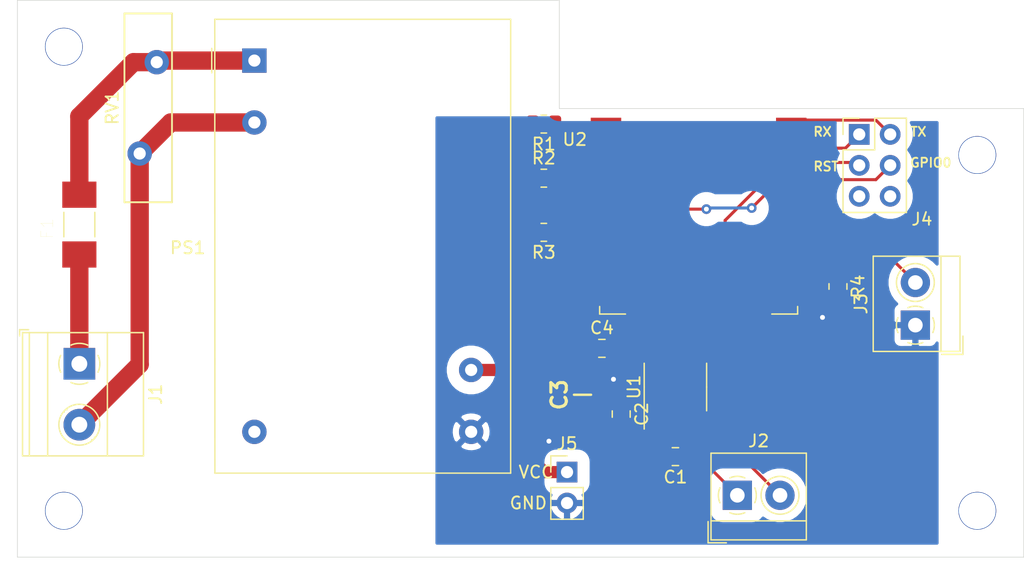
<source format=kicad_pcb>
(kicad_pcb (version 20171130) (host pcbnew "(5.1.8)-1")

  (general
    (thickness 1.6)
    (drawings 12)
    (tracks 126)
    (zones 0)
    (modules 18)
    (nets 31)
  )

  (page A4)
  (layers
    (0 F.Cu signal)
    (31 B.Cu signal)
    (32 B.Adhes user)
    (33 F.Adhes user)
    (34 B.Paste user)
    (35 F.Paste user)
    (36 B.SilkS user)
    (37 F.SilkS user)
    (38 B.Mask user)
    (39 F.Mask user)
    (40 Dwgs.User user)
    (41 Cmts.User user)
    (42 Eco1.User user)
    (43 Eco2.User user)
    (44 Edge.Cuts user)
    (45 Margin user)
    (46 B.CrtYd user)
    (47 F.CrtYd user)
    (48 B.Fab user)
    (49 F.Fab user)
  )

  (setup
    (last_trace_width 0.25)
    (user_trace_width 1)
    (user_trace_width 1.5)
    (trace_clearance 0.2)
    (zone_clearance 0.508)
    (zone_45_only no)
    (trace_min 0.2)
    (via_size 0.8)
    (via_drill 0.4)
    (via_min_size 0.4)
    (via_min_drill 0.3)
    (user_via 2.1 2)
    (uvia_size 0.3)
    (uvia_drill 0.1)
    (uvias_allowed no)
    (uvia_min_size 0.2)
    (uvia_min_drill 0.1)
    (edge_width 0.05)
    (segment_width 0.2)
    (pcb_text_width 0.3)
    (pcb_text_size 1.5 1.5)
    (mod_edge_width 0.12)
    (mod_text_size 1 1)
    (mod_text_width 0.15)
    (pad_size 1.524 1.524)
    (pad_drill 0.762)
    (pad_to_mask_clearance 0)
    (aux_axis_origin 0 0)
    (visible_elements 7FFFFFFF)
    (pcbplotparams
      (layerselection 0x010fc_ffffffff)
      (usegerberextensions false)
      (usegerberattributes true)
      (usegerberadvancedattributes true)
      (creategerberjobfile true)
      (excludeedgelayer true)
      (linewidth 0.100000)
      (plotframeref false)
      (viasonmask false)
      (mode 1)
      (useauxorigin false)
      (hpglpennumber 1)
      (hpglpenspeed 20)
      (hpglpendiameter 15.000000)
      (psnegative false)
      (psa4output false)
      (plotreference true)
      (plotvalue true)
      (plotinvisibletext false)
      (padsonsilk false)
      (subtractmaskfromsilk false)
      (outputformat 1)
      (mirror false)
      (drillshape 0)
      (scaleselection 1)
      (outputdirectory ""))
  )

  (net 0 "")
  (net 1 "Net-(C1-Pad2)")
  (net 2 "Net-(C1-Pad1)")
  (net 3 GND)
  (net 4 VCC)
  (net 5 "Net-(J3-Pad2)")
  (net 6 "Net-(PS1-Pad3)")
  (net 7 "Net-(U1-Pad7)")
  (net 8 "Net-(U1-Pad6)")
  (net 9 "Net-(U1-Pad5)")
  (net 10 "Net-(U2-Pad17)")
  (net 11 "Net-(U2-Pad13)")
  (net 12 "Net-(U2-Pad7)")
  (net 13 "Net-(U2-Pad4)")
  (net 14 "Net-(U2-Pad2)")
  (net 15 "Net-(U2-Pad12)")
  (net 16 "Net-(U2-Pad11)")
  (net 17 "Net-(J4-Pad6)")
  (net 18 "Net-(J4-Pad5)")
  (net 19 "Net-(J4-Pad3)")
  (net 20 "Net-(J4-Pad2)")
  (net 21 "Net-(J4-Pad4)")
  (net 22 "Net-(J4-Pad1)")
  (net 23 "Net-(F1-Pad2)")
  (net 24 "Net-(F1-Pad1)")
  (net 25 "Net-(U2-Pad14)")
  (net 26 "Net-(U2-Pad10)")
  (net 27 "Net-(U2-Pad9)")
  (net 28 "Net-(R2-Pad2)")
  (net 29 "Net-(R4-Pad1)")
  (net 30 "Net-(J1-Pad2)")

  (net_class Default "This is the default net class."
    (clearance 0.2)
    (trace_width 0.25)
    (via_dia 0.8)
    (via_drill 0.4)
    (uvia_dia 0.3)
    (uvia_drill 0.1)
    (add_net GND)
    (add_net "Net-(C1-Pad1)")
    (add_net "Net-(C1-Pad2)")
    (add_net "Net-(F1-Pad1)")
    (add_net "Net-(F1-Pad2)")
    (add_net "Net-(J1-Pad2)")
    (add_net "Net-(J3-Pad2)")
    (add_net "Net-(J4-Pad1)")
    (add_net "Net-(J4-Pad2)")
    (add_net "Net-(J4-Pad3)")
    (add_net "Net-(J4-Pad4)")
    (add_net "Net-(J4-Pad5)")
    (add_net "Net-(J4-Pad6)")
    (add_net "Net-(PS1-Pad3)")
    (add_net "Net-(R2-Pad2)")
    (add_net "Net-(R4-Pad1)")
    (add_net "Net-(U1-Pad5)")
    (add_net "Net-(U1-Pad6)")
    (add_net "Net-(U1-Pad7)")
    (add_net "Net-(U2-Pad10)")
    (add_net "Net-(U2-Pad11)")
    (add_net "Net-(U2-Pad12)")
    (add_net "Net-(U2-Pad13)")
    (add_net "Net-(U2-Pad14)")
    (add_net "Net-(U2-Pad17)")
    (add_net "Net-(U2-Pad2)")
    (add_net "Net-(U2-Pad4)")
    (add_net "Net-(U2-Pad7)")
    (add_net "Net-(U2-Pad9)")
    (add_net VCC)
  )

  (module SamacSys_Parts:CAPC3216X160N (layer F.Cu) (tedit 0) (tstamp 5FDBC670)
    (at 154.305 89.535 270)
    (descr CL31A107MQHNNWE)
    (tags Capacitor)
    (path /5FDFB18C)
    (attr smd)
    (fp_text reference C3 (at 0 1.905 90) (layer F.SilkS)
      (effects (font (size 1.27 1.27) (thickness 0.254)))
    )
    (fp_text value C_Small (at 0 0 90) (layer F.SilkS) hide
      (effects (font (size 1.27 1.27) (thickness 0.254)))
    )
    (fp_text user %R (at 0 0 90) (layer F.Fab)
      (effects (font (size 1.27 1.27) (thickness 0.254)))
    )
    (fp_line (start -2.065 -1.06) (end 2.065 -1.06) (layer F.CrtYd) (width 0.05))
    (fp_line (start 2.065 -1.06) (end 2.065 1.06) (layer F.CrtYd) (width 0.05))
    (fp_line (start 2.065 1.06) (end -2.065 1.06) (layer F.CrtYd) (width 0.05))
    (fp_line (start -2.065 1.06) (end -2.065 -1.06) (layer F.CrtYd) (width 0.05))
    (fp_line (start -1.6 -0.8) (end 1.6 -0.8) (layer F.Fab) (width 0.1))
    (fp_line (start 1.6 -0.8) (end 1.6 0.8) (layer F.Fab) (width 0.1))
    (fp_line (start 1.6 0.8) (end -1.6 0.8) (layer F.Fab) (width 0.1))
    (fp_line (start -1.6 0.8) (end -1.6 -0.8) (layer F.Fab) (width 0.1))
    (fp_line (start 0 -0.7) (end 0 0.7) (layer F.SilkS) (width 0.2))
    (pad 2 smd rect (at 1.39 0 270) (size 1.05 1.82) (layers F.Cu F.Paste F.Mask)
      (net 3 GND))
    (pad 1 smd rect (at -1.39 0 270) (size 1.05 1.82) (layers F.Cu F.Paste F.Mask)
      (net 4 VCC))
    (model C:\Users\marti\OneDrive\Dokumenter\Gaggia\gaggia2\gaggia2\libraries\SamacSys_Parts.3dshapes\CL31A107MQHNNWE.stp
      (at (xyz 0 0 0))
      (scale (xyz 1 1 1))
      (rotate (xyz 0 0 0))
    )
  )

  (module RF_Module:ESP-12E (layer F.Cu) (tedit 5FC7A5B8) (tstamp 5FC74BD9)
    (at 163.83 70.79)
    (descr "Wi-Fi Module, http://wiki.ai-thinker.com/_media/esp8266/docs/aithinker_esp_12f_datasheet_en.pdf")
    (tags "Wi-Fi Module")
    (path /5FC712DF)
    (attr smd)
    (fp_text reference U2 (at -10.16 -2.21) (layer F.SilkS)
      (effects (font (size 1 1) (thickness 0.15)))
    )
    (fp_text value ESP-12E (at -0.06 -12.78) (layer F.Fab)
      (effects (font (size 1 1) (thickness 0.15)))
    )
    (fp_line (start -8 -12) (end 8 -12) (layer F.Fab) (width 0.12))
    (fp_line (start 8 -12) (end 8 12) (layer F.Fab) (width 0.12))
    (fp_line (start 8 12) (end -8 12) (layer F.Fab) (width 0.12))
    (fp_line (start -8 12) (end -8 -3) (layer F.Fab) (width 0.12))
    (fp_line (start -8 -3) (end -7.5 -3.5) (layer F.Fab) (width 0.12))
    (fp_line (start -7.5 -3.5) (end -8 -4) (layer F.Fab) (width 0.12))
    (fp_line (start -8 -4) (end -8 -12) (layer F.Fab) (width 0.12))
    (fp_line (start -9.05 -12.2) (end 9.05 -12.2) (layer F.CrtYd) (width 0.05))
    (fp_line (start 9.05 -12.2) (end 9.05 13.1) (layer F.CrtYd) (width 0.05))
    (fp_line (start 9.05 13.1) (end -9.05 13.1) (layer F.CrtYd) (width 0.05))
    (fp_line (start -9.05 13.1) (end -9.05 -12.2) (layer F.CrtYd) (width 0.05))
    (fp_line (start 8.12 11.5) (end 8.12 12.12) (layer F.SilkS) (width 0.12))
    (fp_line (start 8.12 12.12) (end 6 12.12) (layer F.SilkS) (width 0.12))
    (fp_line (start -6 12.12) (end -8.12 12.12) (layer F.SilkS) (width 0.12))
    (fp_line (start -8.12 12.12) (end -8.12 11.5) (layer F.SilkS) (width 0.12))
    (fp_line (start -8.12 -12.12) (end 8.12 -12.12) (layer Dwgs.User) (width 0.12))
    (fp_line (start 8.12 -12.12) (end 8.12 -4.8) (layer Dwgs.User) (width 0.12))
    (fp_line (start 8.12 -4.8) (end -8.12 -4.8) (layer Dwgs.User) (width 0.12))
    (fp_line (start -8.12 -4.8) (end -8.12 -12.12) (layer Dwgs.User) (width 0.12))
    (fp_line (start -8.12 -9.12) (end -5.12 -12.12) (layer Dwgs.User) (width 0.12))
    (fp_line (start -8.12 -6.12) (end -2.12 -12.12) (layer Dwgs.User) (width 0.12))
    (fp_line (start -6.44 -4.8) (end 0.88 -12.12) (layer Dwgs.User) (width 0.12))
    (fp_line (start -3.44 -4.8) (end 3.88 -12.12) (layer Dwgs.User) (width 0.12))
    (fp_line (start -0.44 -4.8) (end 6.88 -12.12) (layer Dwgs.User) (width 0.12))
    (fp_line (start 2.56 -4.8) (end 8.12 -10.36) (layer Dwgs.User) (width 0.12))
    (fp_line (start 5.56 -4.8) (end 8.12 -7.36) (layer Dwgs.User) (width 0.12))
    (fp_text user %R (at 0.49 -0.8) (layer F.Fab)
      (effects (font (size 1 1) (thickness 0.15)))
    )
    (fp_text user "KEEP-OUT ZONE" (at 0.03 -9.55 180) (layer Cmts.User)
      (effects (font (size 1 1) (thickness 0.15)))
    )
    (fp_text user Antenna (at -0.06 -7 180) (layer Cmts.User)
      (effects (font (size 1 1) (thickness 0.15)))
    )
    (pad 22 smd rect (at 7.6 -3.5) (size 2.5 1) (layers F.Cu F.Paste F.Mask)
      (net 20 "Net-(J4-Pad2)"))
    (pad 21 smd rect (at 7.6 -1.5) (size 2.5 1) (layers F.Cu F.Paste F.Mask)
      (net 22 "Net-(J4-Pad1)"))
    (pad 20 smd rect (at 7.6 0.5) (size 2.5 1) (layers F.Cu F.Paste F.Mask)
      (net 8 "Net-(U1-Pad6)"))
    (pad 19 smd rect (at 7.6 2.5) (size 2.5 1) (layers F.Cu F.Paste F.Mask)
      (net 5 "Net-(J3-Pad2)"))
    (pad 18 smd rect (at 7.6 4.5) (size 2.5 1) (layers F.Cu F.Paste F.Mask)
      (net 21 "Net-(J4-Pad4)"))
    (pad 17 smd rect (at 7.6 6.5) (size 2.5 1) (layers F.Cu F.Paste F.Mask)
      (net 10 "Net-(U2-Pad17)"))
    (pad 16 smd rect (at 7.6 8.5) (size 2.5 1) (layers F.Cu F.Paste F.Mask)
      (net 29 "Net-(R4-Pad1)"))
    (pad 15 smd rect (at 7.6 10.5) (size 2.5 1) (layers F.Cu F.Paste F.Mask)
      (net 3 GND))
    (pad 14 smd rect (at 5 12) (size 1 1.8) (layers F.Cu F.Paste F.Mask)
      (net 25 "Net-(U2-Pad14)"))
    (pad 13 smd rect (at 3 12) (size 1 1.8) (layers F.Cu F.Paste F.Mask)
      (net 11 "Net-(U2-Pad13)"))
    (pad 12 smd rect (at 1 12) (size 1 1.8) (layers F.Cu F.Paste F.Mask)
      (net 15 "Net-(U2-Pad12)"))
    (pad 11 smd rect (at -1 12) (size 1 1.8) (layers F.Cu F.Paste F.Mask)
      (net 16 "Net-(U2-Pad11)"))
    (pad 10 smd rect (at -3 12) (size 1 1.8) (layers F.Cu F.Paste F.Mask)
      (net 26 "Net-(U2-Pad10)"))
    (pad 9 smd rect (at -5 12) (size 1 1.8) (layers F.Cu F.Paste F.Mask)
      (net 27 "Net-(U2-Pad9)"))
    (pad 8 smd rect (at -7.6 10.5) (size 2.5 1) (layers F.Cu F.Paste F.Mask)
      (net 4 VCC))
    (pad 7 smd rect (at -7.6 8.5) (size 2.5 1) (layers F.Cu F.Paste F.Mask)
      (net 12 "Net-(U2-Pad7)"))
    (pad 6 smd rect (at -7.6 6.5) (size 2.5 1) (layers F.Cu F.Paste F.Mask)
      (net 7 "Net-(U1-Pad7)"))
    (pad 5 smd rect (at -7.6 4.5) (size 2.5 1) (layers F.Cu F.Paste F.Mask)
      (net 9 "Net-(U1-Pad5)"))
    (pad 4 smd rect (at -7.6 2.5) (size 2.5 1) (layers F.Cu F.Paste F.Mask)
      (net 13 "Net-(U2-Pad4)"))
    (pad 3 smd rect (at -7.6 0.5) (size 2.5 1) (layers F.Cu F.Paste F.Mask)
      (net 28 "Net-(R2-Pad2)"))
    (pad 2 smd rect (at -7.6 -1.5) (size 2.5 1) (layers F.Cu F.Paste F.Mask)
      (net 14 "Net-(U2-Pad2)"))
    (pad 1 smd rect (at -7.6 -3.5) (size 2.5 1) (layers F.Cu F.Paste F.Mask)
      (net 19 "Net-(J4-Pad3)"))
    (model ${KISYS3DMOD}/RF_Module.3dshapes/ESP-12E.wrl
      (at (xyz 0 0 0))
      (scale (xyz 1 1 1))
      (rotate (xyz 0 0 0))
    )
  )

  (module Capacitor_SMD:C_0805_2012Metric (layer F.Cu) (tedit 5F68FEEE) (tstamp 5FDADBB3)
    (at 155.895 85.725)
    (descr "Capacitor SMD 0805 (2012 Metric), square (rectangular) end terminal, IPC_7351 nominal, (Body size source: IPC-SM-782 page 76, https://www.pcb-3d.com/wordpress/wp-content/uploads/ipc-sm-782a_amendment_1_and_2.pdf, https://docs.google.com/spreadsheets/d/1BsfQQcO9C6DZCsRaXUlFlo91Tg2WpOkGARC1WS5S8t0/edit?usp=sharing), generated with kicad-footprint-generator")
    (tags capacitor)
    (path /5FE041DC)
    (attr smd)
    (fp_text reference C4 (at 0 -1.68) (layer F.SilkS)
      (effects (font (size 1 1) (thickness 0.15)))
    )
    (fp_text value C_Small (at 0 1.68) (layer F.Fab)
      (effects (font (size 1 1) (thickness 0.15)))
    )
    (fp_text user %R (at 0 0) (layer F.Fab)
      (effects (font (size 0.5 0.5) (thickness 0.08)))
    )
    (fp_line (start -1 0.625) (end -1 -0.625) (layer F.Fab) (width 0.1))
    (fp_line (start -1 -0.625) (end 1 -0.625) (layer F.Fab) (width 0.1))
    (fp_line (start 1 -0.625) (end 1 0.625) (layer F.Fab) (width 0.1))
    (fp_line (start 1 0.625) (end -1 0.625) (layer F.Fab) (width 0.1))
    (fp_line (start -0.261252 -0.735) (end 0.261252 -0.735) (layer F.SilkS) (width 0.12))
    (fp_line (start -0.261252 0.735) (end 0.261252 0.735) (layer F.SilkS) (width 0.12))
    (fp_line (start -1.7 0.98) (end -1.7 -0.98) (layer F.CrtYd) (width 0.05))
    (fp_line (start -1.7 -0.98) (end 1.7 -0.98) (layer F.CrtYd) (width 0.05))
    (fp_line (start 1.7 -0.98) (end 1.7 0.98) (layer F.CrtYd) (width 0.05))
    (fp_line (start 1.7 0.98) (end -1.7 0.98) (layer F.CrtYd) (width 0.05))
    (pad 2 smd roundrect (at 0.95 0) (size 1 1.45) (layers F.Cu F.Paste F.Mask) (roundrect_rratio 0.25)
      (net 3 GND))
    (pad 1 smd roundrect (at -0.95 0) (size 1 1.45) (layers F.Cu F.Paste F.Mask) (roundrect_rratio 0.25)
      (net 4 VCC))
    (model ${KISYS3DMOD}/Capacitor_SMD.3dshapes/C_0805_2012Metric.wrl
      (at (xyz 0 0 0))
      (scale (xyz 1 1 1))
      (rotate (xyz 0 0 0))
    )
  )

  (module Resistor_SMD:R_0805_2012Metric (layer F.Cu) (tedit 5F68FEEE) (tstamp 5FDA3A31)
    (at 175.26 80.645 270)
    (descr "Resistor SMD 0805 (2012 Metric), square (rectangular) end terminal, IPC_7351 nominal, (Body size source: IPC-SM-782 page 72, https://www.pcb-3d.com/wordpress/wp-content/uploads/ipc-sm-782a_amendment_1_and_2.pdf), generated with kicad-footprint-generator")
    (tags resistor)
    (path /5FDCCC4E)
    (attr smd)
    (fp_text reference R4 (at 0 -1.65 90) (layer F.SilkS)
      (effects (font (size 1 1) (thickness 0.15)))
    )
    (fp_text value R (at 0 1.65 90) (layer F.Fab)
      (effects (font (size 1 1) (thickness 0.15)))
    )
    (fp_text user %R (at 0 0 270) (layer F.Fab)
      (effects (font (size 0.5 0.5) (thickness 0.08)))
    )
    (fp_line (start -1 0.625) (end -1 -0.625) (layer F.Fab) (width 0.1))
    (fp_line (start -1 -0.625) (end 1 -0.625) (layer F.Fab) (width 0.1))
    (fp_line (start 1 -0.625) (end 1 0.625) (layer F.Fab) (width 0.1))
    (fp_line (start 1 0.625) (end -1 0.625) (layer F.Fab) (width 0.1))
    (fp_line (start -0.227064 -0.735) (end 0.227064 -0.735) (layer F.SilkS) (width 0.12))
    (fp_line (start -0.227064 0.735) (end 0.227064 0.735) (layer F.SilkS) (width 0.12))
    (fp_line (start -1.68 0.95) (end -1.68 -0.95) (layer F.CrtYd) (width 0.05))
    (fp_line (start -1.68 -0.95) (end 1.68 -0.95) (layer F.CrtYd) (width 0.05))
    (fp_line (start 1.68 -0.95) (end 1.68 0.95) (layer F.CrtYd) (width 0.05))
    (fp_line (start 1.68 0.95) (end -1.68 0.95) (layer F.CrtYd) (width 0.05))
    (pad 2 smd roundrect (at 0.9125 0 270) (size 1.025 1.4) (layers F.Cu F.Paste F.Mask) (roundrect_rratio 0.2439014634146341)
      (net 3 GND))
    (pad 1 smd roundrect (at -0.9125 0 270) (size 1.025 1.4) (layers F.Cu F.Paste F.Mask) (roundrect_rratio 0.2439014634146341)
      (net 29 "Net-(R4-Pad1)"))
    (model ${KISYS3DMOD}/Resistor_SMD.3dshapes/R_0805_2012Metric.wrl
      (at (xyz 0 0 0))
      (scale (xyz 1 1 1))
      (rotate (xyz 0 0 0))
    )
  )

  (module Resistor_SMD:R_0805_2012Metric (layer F.Cu) (tedit 5F68FEEE) (tstamp 5FDA3A20)
    (at 151.13 76.2 180)
    (descr "Resistor SMD 0805 (2012 Metric), square (rectangular) end terminal, IPC_7351 nominal, (Body size source: IPC-SM-782 page 72, https://www.pcb-3d.com/wordpress/wp-content/uploads/ipc-sm-782a_amendment_1_and_2.pdf), generated with kicad-footprint-generator")
    (tags resistor)
    (path /5FDD1313)
    (attr smd)
    (fp_text reference R3 (at 0 -1.65) (layer F.SilkS)
      (effects (font (size 1 1) (thickness 0.15)))
    )
    (fp_text value R (at 0 1.65) (layer F.Fab)
      (effects (font (size 1 1) (thickness 0.15)))
    )
    (fp_text user %R (at 0 0) (layer F.Fab)
      (effects (font (size 0.5 0.5) (thickness 0.08)))
    )
    (fp_line (start -1 0.625) (end -1 -0.625) (layer F.Fab) (width 0.1))
    (fp_line (start -1 -0.625) (end 1 -0.625) (layer F.Fab) (width 0.1))
    (fp_line (start 1 -0.625) (end 1 0.625) (layer F.Fab) (width 0.1))
    (fp_line (start 1 0.625) (end -1 0.625) (layer F.Fab) (width 0.1))
    (fp_line (start -0.227064 -0.735) (end 0.227064 -0.735) (layer F.SilkS) (width 0.12))
    (fp_line (start -0.227064 0.735) (end 0.227064 0.735) (layer F.SilkS) (width 0.12))
    (fp_line (start -1.68 0.95) (end -1.68 -0.95) (layer F.CrtYd) (width 0.05))
    (fp_line (start -1.68 -0.95) (end 1.68 -0.95) (layer F.CrtYd) (width 0.05))
    (fp_line (start 1.68 -0.95) (end 1.68 0.95) (layer F.CrtYd) (width 0.05))
    (fp_line (start 1.68 0.95) (end -1.68 0.95) (layer F.CrtYd) (width 0.05))
    (pad 2 smd roundrect (at 0.9125 0 180) (size 1.025 1.4) (layers F.Cu F.Paste F.Mask) (roundrect_rratio 0.2439014634146341)
      (net 4 VCC))
    (pad 1 smd roundrect (at -0.9125 0 180) (size 1.025 1.4) (layers F.Cu F.Paste F.Mask) (roundrect_rratio 0.2439014634146341)
      (net 21 "Net-(J4-Pad4)"))
    (model ${KISYS3DMOD}/Resistor_SMD.3dshapes/R_0805_2012Metric.wrl
      (at (xyz 0 0 0))
      (scale (xyz 1 1 1))
      (rotate (xyz 0 0 0))
    )
  )

  (module Resistor_SMD:R_0805_2012Metric (layer F.Cu) (tedit 5F68FEEE) (tstamp 5FDA3A0F)
    (at 151.13 71.755)
    (descr "Resistor SMD 0805 (2012 Metric), square (rectangular) end terminal, IPC_7351 nominal, (Body size source: IPC-SM-782 page 72, https://www.pcb-3d.com/wordpress/wp-content/uploads/ipc-sm-782a_amendment_1_and_2.pdf), generated with kicad-footprint-generator")
    (tags resistor)
    (path /5FDC462E)
    (attr smd)
    (fp_text reference R2 (at 0 -1.65) (layer F.SilkS)
      (effects (font (size 1 1) (thickness 0.15)))
    )
    (fp_text value R (at 0 1.65) (layer F.Fab)
      (effects (font (size 1 1) (thickness 0.15)))
    )
    (fp_text user %R (at 0 0) (layer F.Fab)
      (effects (font (size 0.5 0.5) (thickness 0.08)))
    )
    (fp_line (start -1 0.625) (end -1 -0.625) (layer F.Fab) (width 0.1))
    (fp_line (start -1 -0.625) (end 1 -0.625) (layer F.Fab) (width 0.1))
    (fp_line (start 1 -0.625) (end 1 0.625) (layer F.Fab) (width 0.1))
    (fp_line (start 1 0.625) (end -1 0.625) (layer F.Fab) (width 0.1))
    (fp_line (start -0.227064 -0.735) (end 0.227064 -0.735) (layer F.SilkS) (width 0.12))
    (fp_line (start -0.227064 0.735) (end 0.227064 0.735) (layer F.SilkS) (width 0.12))
    (fp_line (start -1.68 0.95) (end -1.68 -0.95) (layer F.CrtYd) (width 0.05))
    (fp_line (start -1.68 -0.95) (end 1.68 -0.95) (layer F.CrtYd) (width 0.05))
    (fp_line (start 1.68 -0.95) (end 1.68 0.95) (layer F.CrtYd) (width 0.05))
    (fp_line (start 1.68 0.95) (end -1.68 0.95) (layer F.CrtYd) (width 0.05))
    (pad 2 smd roundrect (at 0.9125 0) (size 1.025 1.4) (layers F.Cu F.Paste F.Mask) (roundrect_rratio 0.2439014634146341)
      (net 28 "Net-(R2-Pad2)"))
    (pad 1 smd roundrect (at -0.9125 0) (size 1.025 1.4) (layers F.Cu F.Paste F.Mask) (roundrect_rratio 0.2439014634146341)
      (net 4 VCC))
    (model ${KISYS3DMOD}/Resistor_SMD.3dshapes/R_0805_2012Metric.wrl
      (at (xyz 0 0 0))
      (scale (xyz 1 1 1))
      (rotate (xyz 0 0 0))
    )
  )

  (module Resistor_SMD:R_0805_2012Metric (layer F.Cu) (tedit 5F68FEEE) (tstamp 5FDA39FE)
    (at 151.13 67.31 180)
    (descr "Resistor SMD 0805 (2012 Metric), square (rectangular) end terminal, IPC_7351 nominal, (Body size source: IPC-SM-782 page 72, https://www.pcb-3d.com/wordpress/wp-content/uploads/ipc-sm-782a_amendment_1_and_2.pdf), generated with kicad-footprint-generator")
    (tags resistor)
    (path /5FDDB68A)
    (attr smd)
    (fp_text reference R1 (at 0 -1.65) (layer F.SilkS)
      (effects (font (size 1 1) (thickness 0.15)))
    )
    (fp_text value R (at 0 1.65) (layer F.Fab)
      (effects (font (size 1 1) (thickness 0.15)))
    )
    (fp_text user %R (at 0 0) (layer F.Fab)
      (effects (font (size 0.5 0.5) (thickness 0.08)))
    )
    (fp_line (start -1 0.625) (end -1 -0.625) (layer F.Fab) (width 0.1))
    (fp_line (start -1 -0.625) (end 1 -0.625) (layer F.Fab) (width 0.1))
    (fp_line (start 1 -0.625) (end 1 0.625) (layer F.Fab) (width 0.1))
    (fp_line (start 1 0.625) (end -1 0.625) (layer F.Fab) (width 0.1))
    (fp_line (start -0.227064 -0.735) (end 0.227064 -0.735) (layer F.SilkS) (width 0.12))
    (fp_line (start -0.227064 0.735) (end 0.227064 0.735) (layer F.SilkS) (width 0.12))
    (fp_line (start -1.68 0.95) (end -1.68 -0.95) (layer F.CrtYd) (width 0.05))
    (fp_line (start -1.68 -0.95) (end 1.68 -0.95) (layer F.CrtYd) (width 0.05))
    (fp_line (start 1.68 -0.95) (end 1.68 0.95) (layer F.CrtYd) (width 0.05))
    (fp_line (start 1.68 0.95) (end -1.68 0.95) (layer F.CrtYd) (width 0.05))
    (pad 2 smd roundrect (at 0.9125 0 180) (size 1.025 1.4) (layers F.Cu F.Paste F.Mask) (roundrect_rratio 0.2439014634146341)
      (net 4 VCC))
    (pad 1 smd roundrect (at -0.9125 0 180) (size 1.025 1.4) (layers F.Cu F.Paste F.Mask) (roundrect_rratio 0.2439014634146341)
      (net 19 "Net-(J4-Pad3)"))
    (model ${KISYS3DMOD}/Resistor_SMD.3dshapes/R_0805_2012Metric.wrl
      (at (xyz 0 0 0))
      (scale (xyz 1 1 1))
      (rotate (xyz 0 0 0))
    )
  )

  (module Capacitor_SMD:C_0805_2012Metric (layer F.Cu) (tedit 5F68FEEE) (tstamp 5FD8E8FB)
    (at 157.48 91.12 270)
    (descr "Capacitor SMD 0805 (2012 Metric), square (rectangular) end terminal, IPC_7351 nominal, (Body size source: IPC-SM-782 page 76, https://www.pcb-3d.com/wordpress/wp-content/uploads/ipc-sm-782a_amendment_1_and_2.pdf, https://docs.google.com/spreadsheets/d/1BsfQQcO9C6DZCsRaXUlFlo91Tg2WpOkGARC1WS5S8t0/edit?usp=sharing), generated with kicad-footprint-generator")
    (tags capacitor)
    (path /5FC75B2D)
    (attr smd)
    (fp_text reference C2 (at 0 -1.68 90) (layer F.SilkS)
      (effects (font (size 1 1) (thickness 0.15)))
    )
    (fp_text value C_Small (at 0 1.68 90) (layer F.Fab)
      (effects (font (size 1 1) (thickness 0.15)))
    )
    (fp_text user %R (at 0 0 90) (layer F.Fab)
      (effects (font (size 0.5 0.5) (thickness 0.08)))
    )
    (fp_line (start -1 0.625) (end -1 -0.625) (layer F.Fab) (width 0.1))
    (fp_line (start -1 -0.625) (end 1 -0.625) (layer F.Fab) (width 0.1))
    (fp_line (start 1 -0.625) (end 1 0.625) (layer F.Fab) (width 0.1))
    (fp_line (start 1 0.625) (end -1 0.625) (layer F.Fab) (width 0.1))
    (fp_line (start -0.261252 -0.735) (end 0.261252 -0.735) (layer F.SilkS) (width 0.12))
    (fp_line (start -0.261252 0.735) (end 0.261252 0.735) (layer F.SilkS) (width 0.12))
    (fp_line (start -1.7 0.98) (end -1.7 -0.98) (layer F.CrtYd) (width 0.05))
    (fp_line (start -1.7 -0.98) (end 1.7 -0.98) (layer F.CrtYd) (width 0.05))
    (fp_line (start 1.7 -0.98) (end 1.7 0.98) (layer F.CrtYd) (width 0.05))
    (fp_line (start 1.7 0.98) (end -1.7 0.98) (layer F.CrtYd) (width 0.05))
    (pad 2 smd roundrect (at 0.95 0 270) (size 1 1.45) (layers F.Cu F.Paste F.Mask) (roundrect_rratio 0.25)
      (net 3 GND))
    (pad 1 smd roundrect (at -0.95 0 270) (size 1 1.45) (layers F.Cu F.Paste F.Mask) (roundrect_rratio 0.25)
      (net 4 VCC))
    (model ${KISYS3DMOD}/Capacitor_SMD.3dshapes/C_0805_2012Metric.wrl
      (at (xyz 0 0 0))
      (scale (xyz 1 1 1))
      (rotate (xyz 0 0 0))
    )
  )

  (module Capacitor_SMD:C_0805_2012Metric (layer F.Cu) (tedit 5F68FEEE) (tstamp 5FD8E8EA)
    (at 161.925 94.615 180)
    (descr "Capacitor SMD 0805 (2012 Metric), square (rectangular) end terminal, IPC_7351 nominal, (Body size source: IPC-SM-782 page 76, https://www.pcb-3d.com/wordpress/wp-content/uploads/ipc-sm-782a_amendment_1_and_2.pdf, https://docs.google.com/spreadsheets/d/1BsfQQcO9C6DZCsRaXUlFlo91Tg2WpOkGARC1WS5S8t0/edit?usp=sharing), generated with kicad-footprint-generator")
    (tags capacitor)
    (path /5FC754FE)
    (attr smd)
    (fp_text reference C1 (at 0 -1.68) (layer F.SilkS)
      (effects (font (size 1 1) (thickness 0.15)))
    )
    (fp_text value C_Small (at 0 1.68) (layer F.Fab)
      (effects (font (size 1 1) (thickness 0.15)))
    )
    (fp_text user %R (at 0 0 270) (layer F.Fab)
      (effects (font (size 0.5 0.5) (thickness 0.08)))
    )
    (fp_line (start -1 0.625) (end -1 -0.625) (layer F.Fab) (width 0.1))
    (fp_line (start -1 -0.625) (end 1 -0.625) (layer F.Fab) (width 0.1))
    (fp_line (start 1 -0.625) (end 1 0.625) (layer F.Fab) (width 0.1))
    (fp_line (start 1 0.625) (end -1 0.625) (layer F.Fab) (width 0.1))
    (fp_line (start -0.261252 -0.735) (end 0.261252 -0.735) (layer F.SilkS) (width 0.12))
    (fp_line (start -0.261252 0.735) (end 0.261252 0.735) (layer F.SilkS) (width 0.12))
    (fp_line (start -1.7 0.98) (end -1.7 -0.98) (layer F.CrtYd) (width 0.05))
    (fp_line (start -1.7 -0.98) (end 1.7 -0.98) (layer F.CrtYd) (width 0.05))
    (fp_line (start 1.7 -0.98) (end 1.7 0.98) (layer F.CrtYd) (width 0.05))
    (fp_line (start 1.7 0.98) (end -1.7 0.98) (layer F.CrtYd) (width 0.05))
    (pad 2 smd roundrect (at 0.95 0 180) (size 1 1.45) (layers F.Cu F.Paste F.Mask) (roundrect_rratio 0.25)
      (net 1 "Net-(C1-Pad2)"))
    (pad 1 smd roundrect (at -0.95 0 180) (size 1 1.45) (layers F.Cu F.Paste F.Mask) (roundrect_rratio 0.25)
      (net 2 "Net-(C1-Pad1)"))
    (model ${KISYS3DMOD}/Capacitor_SMD.3dshapes/C_0805_2012Metric.wrl
      (at (xyz 0 0 0))
      (scale (xyz 1 1 1))
      (rotate (xyz 0 0 0))
    )
  )

  (module Varistor:RV_Disc_D15.5mm_W3.9mm_P7.5mm (layer F.Cu) (tedit 5FD819F3) (tstamp 5FC994CB)
    (at 119.38 62.23 270)
    (descr "Varistor, diameter 15.5mm, width 3.9mm, pitch 7.5mm")
    (tags "varistor SIOV")
    (path /5FCF190E)
    (fp_text reference RV1 (at 3.75 3.65 90) (layer F.SilkS)
      (effects (font (size 1 1) (thickness 0.15)))
    )
    (fp_text value Varistor (at 3.75 -2.25 90) (layer F.Fab)
      (effects (font (size 1 1) (thickness 0.15)))
    )
    (fp_line (start -4 -1.25) (end -4 2.65) (layer F.Fab) (width 0.1))
    (fp_line (start 11.5 -1.25) (end 11.5 2.65) (layer F.Fab) (width 0.1))
    (fp_line (start -4 -1.25) (end 11.5 -1.25) (layer F.Fab) (width 0.1))
    (fp_line (start -4 2.65) (end 11.5 2.65) (layer F.Fab) (width 0.1))
    (fp_line (start -4 -1.25) (end -4 2.65) (layer F.SilkS) (width 0.15))
    (fp_line (start 11.5 -1.25) (end 11.5 2.65) (layer F.SilkS) (width 0.15))
    (fp_line (start -4 -1.25) (end 11.5 -1.25) (layer F.SilkS) (width 0.15))
    (fp_line (start -4 2.65) (end 11.5 2.65) (layer F.SilkS) (width 0.15))
    (fp_line (start -4.25 -1.5) (end -4.25 2.9) (layer F.CrtYd) (width 0.05))
    (fp_line (start 11.75 -1.5) (end 11.75 2.9) (layer F.CrtYd) (width 0.05))
    (fp_line (start -4.25 -1.5) (end 11.75 -1.5) (layer F.CrtYd) (width 0.05))
    (fp_line (start -4.25 2.9) (end 11.75 2.9) (layer F.CrtYd) (width 0.05))
    (fp_text user %R (at 3.81 0.7 90) (layer F.Fab)
      (effects (font (size 1 1) (thickness 0.15)))
    )
    (pad 2 thru_hole circle (at 7.5 1.4 270) (size 2 2) (drill 1) (layers *.Cu *.Mask)
      (net 30 "Net-(J1-Pad2)"))
    (pad 1 thru_hole circle (at 0 0 270) (size 2 2) (drill 1) (layers *.Cu *.Mask)
      (net 23 "Net-(F1-Pad2)"))
    (model ${KISYS3DMOD}/Varistor.3dshapes/RV_Disc_D15.5mm_W3.9mm_P7.5mm.wrl
      (at (xyz 0 0 0))
      (scale (xyz 1 1 1))
      (rotate (xyz 0 0 0))
    )
  )

  (module TerminalBlock_Phoenix:TerminalBlock_Phoenix_MKDS-1,5-2_1x02_P5.00mm_Horizontal (layer F.Cu) (tedit 5B294EE5) (tstamp 5FD82368)
    (at 113.03 86.995 270)
    (descr "Terminal Block Phoenix MKDS-1,5-2, 2 pins, pitch 5mm, size 10x9.8mm^2, drill diamater 1.3mm, pad diameter 2.6mm, see http://www.farnell.com/datasheets/100425.pdf, script-generated using https://github.com/pointhi/kicad-footprint-generator/scripts/TerminalBlock_Phoenix")
    (tags "THT Terminal Block Phoenix MKDS-1,5-2 pitch 5mm size 10x9.8mm^2 drill 1.3mm pad 2.6mm")
    (path /5FC7354D)
    (fp_text reference J1 (at 2.5 -6.26 90) (layer F.SilkS)
      (effects (font (size 1 1) (thickness 0.15)))
    )
    (fp_text value Screw_Terminal_01x02 (at 2.5 5.66 90) (layer F.Fab)
      (effects (font (size 1 1) (thickness 0.15)))
    )
    (fp_line (start 8 -5.71) (end -3 -5.71) (layer F.CrtYd) (width 0.05))
    (fp_line (start 8 5.1) (end 8 -5.71) (layer F.CrtYd) (width 0.05))
    (fp_line (start -3 5.1) (end 8 5.1) (layer F.CrtYd) (width 0.05))
    (fp_line (start -3 -5.71) (end -3 5.1) (layer F.CrtYd) (width 0.05))
    (fp_line (start -2.8 4.9) (end -2.3 4.9) (layer F.SilkS) (width 0.12))
    (fp_line (start -2.8 4.16) (end -2.8 4.9) (layer F.SilkS) (width 0.12))
    (fp_line (start 3.773 1.023) (end 3.726 1.069) (layer F.SilkS) (width 0.12))
    (fp_line (start 6.07 -1.275) (end 6.035 -1.239) (layer F.SilkS) (width 0.12))
    (fp_line (start 3.966 1.239) (end 3.931 1.274) (layer F.SilkS) (width 0.12))
    (fp_line (start 6.275 -1.069) (end 6.228 -1.023) (layer F.SilkS) (width 0.12))
    (fp_line (start 5.955 -1.138) (end 3.863 0.955) (layer F.Fab) (width 0.1))
    (fp_line (start 6.138 -0.955) (end 4.046 1.138) (layer F.Fab) (width 0.1))
    (fp_line (start 0.955 -1.138) (end -1.138 0.955) (layer F.Fab) (width 0.1))
    (fp_line (start 1.138 -0.955) (end -0.955 1.138) (layer F.Fab) (width 0.1))
    (fp_line (start 7.56 -5.261) (end 7.56 4.66) (layer F.SilkS) (width 0.12))
    (fp_line (start -2.56 -5.261) (end -2.56 4.66) (layer F.SilkS) (width 0.12))
    (fp_line (start -2.56 4.66) (end 7.56 4.66) (layer F.SilkS) (width 0.12))
    (fp_line (start -2.56 -5.261) (end 7.56 -5.261) (layer F.SilkS) (width 0.12))
    (fp_line (start -2.56 -2.301) (end 7.56 -2.301) (layer F.SilkS) (width 0.12))
    (fp_line (start -2.5 -2.3) (end 7.5 -2.3) (layer F.Fab) (width 0.1))
    (fp_line (start -2.56 2.6) (end 7.56 2.6) (layer F.SilkS) (width 0.12))
    (fp_line (start -2.5 2.6) (end 7.5 2.6) (layer F.Fab) (width 0.1))
    (fp_line (start -2.56 4.1) (end 7.56 4.1) (layer F.SilkS) (width 0.12))
    (fp_line (start -2.5 4.1) (end 7.5 4.1) (layer F.Fab) (width 0.1))
    (fp_line (start -2.5 4.1) (end -2.5 -5.2) (layer F.Fab) (width 0.1))
    (fp_line (start -2 4.6) (end -2.5 4.1) (layer F.Fab) (width 0.1))
    (fp_line (start 7.5 4.6) (end -2 4.6) (layer F.Fab) (width 0.1))
    (fp_line (start 7.5 -5.2) (end 7.5 4.6) (layer F.Fab) (width 0.1))
    (fp_line (start -2.5 -5.2) (end 7.5 -5.2) (layer F.Fab) (width 0.1))
    (fp_circle (center 5 0) (end 6.68 0) (layer F.SilkS) (width 0.12))
    (fp_circle (center 5 0) (end 6.5 0) (layer F.Fab) (width 0.1))
    (fp_circle (center 0 0) (end 1.5 0) (layer F.Fab) (width 0.1))
    (fp_text user %R (at 2.5 3.2 90) (layer F.Fab)
      (effects (font (size 1 1) (thickness 0.15)))
    )
    (fp_arc (start 0 0) (end -0.684 1.535) (angle -25) (layer F.SilkS) (width 0.12))
    (fp_arc (start 0 0) (end -1.535 -0.684) (angle -48) (layer F.SilkS) (width 0.12))
    (fp_arc (start 0 0) (end 0.684 -1.535) (angle -48) (layer F.SilkS) (width 0.12))
    (fp_arc (start 0 0) (end 1.535 0.684) (angle -48) (layer F.SilkS) (width 0.12))
    (fp_arc (start 0 0) (end 0 1.68) (angle -24) (layer F.SilkS) (width 0.12))
    (pad 2 thru_hole circle (at 5 0 270) (size 2.6 2.6) (drill 1.3) (layers *.Cu *.Mask)
      (net 30 "Net-(J1-Pad2)"))
    (pad 1 thru_hole rect (at 0 0 270) (size 2.6 2.6) (drill 1.3) (layers *.Cu *.Mask)
      (net 24 "Net-(F1-Pad1)"))
    (model ${KISYS3DMOD}/TerminalBlock_Phoenix.3dshapes/TerminalBlock_Phoenix_MKDS-1,5-2_1x02_P5.00mm_Horizontal.wrl
      (at (xyz 0 0 0))
      (scale (xyz 1 1 1))
      (rotate (xyz 0 0 0))
    )
  )

  (module libraries:FUSC6125X279N (layer F.Cu) (tedit 5FC989F5) (tstamp 5FC992B4)
    (at 113.03 75.565 90)
    (path /5FCF0B37)
    (fp_text reference F1 (at -0.325 -2.635 90) (layer F.SilkS)
      (effects (font (size 1 1) (thickness 0.015)))
    )
    (fp_text value Fuse (at 4.755 2.865 90) (layer F.Fab)
      (effects (font (size 1 1) (thickness 0.015)))
    )
    (fp_line (start 1 1.27) (end -1 1.27) (layer F.SilkS) (width 0.127))
    (fp_line (start -1 -1.27) (end 1 -1.27) (layer F.SilkS) (width 0.127))
    (fp_line (start 3.78 1.72) (end -3.78 1.72) (layer F.CrtYd) (width 0.05))
    (fp_line (start 3.78 -1.72) (end 3.78 1.72) (layer F.CrtYd) (width 0.05))
    (fp_line (start -3.78 -1.72) (end 3.78 -1.72) (layer F.CrtYd) (width 0.05))
    (fp_line (start -3.78 1.72) (end -3.78 -1.72) (layer F.CrtYd) (width 0.05))
    (fp_line (start -3.05 -1.27) (end 3.05 -1.27) (layer F.Fab) (width 0.127))
    (fp_line (start -3.05 1.27) (end -3.05 -1.27) (layer F.Fab) (width 0.127))
    (fp_line (start 3.05 1.27) (end -3.05 1.27) (layer F.Fab) (width 0.127))
    (fp_line (start 3.05 -1.27) (end 3.05 1.27) (layer F.Fab) (width 0.127))
    (pad 2 smd rect (at 2.455 0 90) (size 2.15 2.8) (layers F.Cu F.Paste F.Mask)
      (net 23 "Net-(F1-Pad2)"))
    (pad 1 smd rect (at -2.455 0 90) (size 2.15 2.8) (layers F.Cu F.Paste F.Mask)
      (net 24 "Net-(F1-Pad1)"))
  )

  (module Connector_PinHeader_2.54mm:PinHeader_1x02_P2.54mm_Vertical (layer F.Cu) (tedit 59FED5CC) (tstamp 5FC7F807)
    (at 153.035 95.885)
    (descr "Through hole straight pin header, 1x02, 2.54mm pitch, single row")
    (tags "Through hole pin header THT 1x02 2.54mm single row")
    (path /5FCDA8C7)
    (fp_text reference J5 (at 0 -2.33) (layer F.SilkS)
      (effects (font (size 1 1) (thickness 0.15)))
    )
    (fp_text value Conn_01x02_Male (at 0 4.87) (layer F.Fab)
      (effects (font (size 1 1) (thickness 0.15)))
    )
    (fp_line (start -0.635 -1.27) (end 1.27 -1.27) (layer F.Fab) (width 0.1))
    (fp_line (start 1.27 -1.27) (end 1.27 3.81) (layer F.Fab) (width 0.1))
    (fp_line (start 1.27 3.81) (end -1.27 3.81) (layer F.Fab) (width 0.1))
    (fp_line (start -1.27 3.81) (end -1.27 -0.635) (layer F.Fab) (width 0.1))
    (fp_line (start -1.27 -0.635) (end -0.635 -1.27) (layer F.Fab) (width 0.1))
    (fp_line (start -1.33 3.87) (end 1.33 3.87) (layer F.SilkS) (width 0.12))
    (fp_line (start -1.33 1.27) (end -1.33 3.87) (layer F.SilkS) (width 0.12))
    (fp_line (start 1.33 1.27) (end 1.33 3.87) (layer F.SilkS) (width 0.12))
    (fp_line (start -1.33 1.27) (end 1.33 1.27) (layer F.SilkS) (width 0.12))
    (fp_line (start -1.33 0) (end -1.33 -1.33) (layer F.SilkS) (width 0.12))
    (fp_line (start -1.33 -1.33) (end 0 -1.33) (layer F.SilkS) (width 0.12))
    (fp_line (start -1.8 -1.8) (end -1.8 4.35) (layer F.CrtYd) (width 0.05))
    (fp_line (start -1.8 4.35) (end 1.8 4.35) (layer F.CrtYd) (width 0.05))
    (fp_line (start 1.8 4.35) (end 1.8 -1.8) (layer F.CrtYd) (width 0.05))
    (fp_line (start 1.8 -1.8) (end -1.8 -1.8) (layer F.CrtYd) (width 0.05))
    (fp_text user %R (at 0 1.27 270) (layer F.Fab)
      (effects (font (size 1 1) (thickness 0.15)))
    )
    (pad 2 thru_hole oval (at 0 2.54) (size 1.7 1.7) (drill 1) (layers *.Cu *.Mask)
      (net 3 GND))
    (pad 1 thru_hole rect (at 0 0) (size 1.7 1.7) (drill 1) (layers *.Cu *.Mask)
      (net 4 VCC))
    (model ${KISYS3DMOD}/Connector_PinHeader_2.54mm.3dshapes/PinHeader_1x02_P2.54mm_Vertical.wrl
      (at (xyz 0 0 0))
      (scale (xyz 1 1 1))
      (rotate (xyz 0 0 0))
    )
  )

  (module Connector_PinHeader_2.54mm:PinHeader_2x03_P2.54mm_Vertical (layer F.Cu) (tedit 59FED5CC) (tstamp 5FC7D9C9)
    (at 177.003537 68.159932)
    (descr "Through hole straight pin header, 2x03, 2.54mm pitch, double rows")
    (tags "Through hole pin header THT 2x03 2.54mm double row")
    (path /5FCB02AD)
    (fp_text reference J4 (at 5.143623 6.963998) (layer F.SilkS)
      (effects (font (size 1 1) (thickness 0.15)))
    )
    (fp_text value Conn_02x03_Top_Bottom (at 1.27 7.41) (layer F.Fab)
      (effects (font (size 1 1) (thickness 0.15)))
    )
    (fp_line (start 0 -1.27) (end 3.81 -1.27) (layer F.Fab) (width 0.1))
    (fp_line (start 3.81 -1.27) (end 3.81 6.35) (layer F.Fab) (width 0.1))
    (fp_line (start 3.81 6.35) (end -1.27 6.35) (layer F.Fab) (width 0.1))
    (fp_line (start -1.27 6.35) (end -1.27 0) (layer F.Fab) (width 0.1))
    (fp_line (start -1.27 0) (end 0 -1.27) (layer F.Fab) (width 0.1))
    (fp_line (start -1.33 6.41) (end 3.87 6.41) (layer F.SilkS) (width 0.12))
    (fp_line (start -1.33 1.27) (end -1.33 6.41) (layer F.SilkS) (width 0.12))
    (fp_line (start 3.87 -1.33) (end 3.87 6.41) (layer F.SilkS) (width 0.12))
    (fp_line (start -1.33 1.27) (end 1.27 1.27) (layer F.SilkS) (width 0.12))
    (fp_line (start 1.27 1.27) (end 1.27 -1.33) (layer F.SilkS) (width 0.12))
    (fp_line (start 1.27 -1.33) (end 3.87 -1.33) (layer F.SilkS) (width 0.12))
    (fp_line (start -1.33 0) (end -1.33 -1.33) (layer F.SilkS) (width 0.12))
    (fp_line (start -1.33 -1.33) (end 0 -1.33) (layer F.SilkS) (width 0.12))
    (fp_line (start -1.8 -1.8) (end -1.8 6.85) (layer F.CrtYd) (width 0.05))
    (fp_line (start -1.8 6.85) (end 4.35 6.85) (layer F.CrtYd) (width 0.05))
    (fp_line (start 4.35 6.85) (end 4.35 -1.8) (layer F.CrtYd) (width 0.05))
    (fp_line (start 4.35 -1.8) (end -1.8 -1.8) (layer F.CrtYd) (width 0.05))
    (fp_text user %R (at 1.27 2.54) (layer F.Fab)
      (effects (font (size 1 1) (thickness 0.15)))
    )
    (pad 6 thru_hole oval (at 2.54 5.08) (size 1.7 1.7) (drill 1) (layers *.Cu *.Mask)
      (net 17 "Net-(J4-Pad6)"))
    (pad 5 thru_hole oval (at 0 5.08) (size 1.7 1.7) (drill 1) (layers *.Cu *.Mask)
      (net 18 "Net-(J4-Pad5)"))
    (pad 4 thru_hole oval (at 2.54 2.54) (size 1.7 1.7) (drill 1) (layers *.Cu *.Mask)
      (net 21 "Net-(J4-Pad4)"))
    (pad 3 thru_hole oval (at 0 2.54) (size 1.7 1.7) (drill 1) (layers *.Cu *.Mask)
      (net 19 "Net-(J4-Pad3)"))
    (pad 2 thru_hole oval (at 2.54 0) (size 1.7 1.7) (drill 1) (layers *.Cu *.Mask)
      (net 20 "Net-(J4-Pad2)"))
    (pad 1 thru_hole rect (at 0 0) (size 1.7 1.7) (drill 1) (layers *.Cu *.Mask)
      (net 22 "Net-(J4-Pad1)"))
    (model ${KISYS3DMOD}/Connector_PinHeader_2.54mm.3dshapes/PinHeader_2x03_P2.54mm_Vertical.wrl
      (at (xyz 0 0 0))
      (scale (xyz 1 1 1))
      (rotate (xyz 0 0 0))
    )
  )

  (module Package_SO:SOIC-8_3.9x4.9mm_P1.27mm (layer F.Cu) (tedit 5D9F72B1) (tstamp 5FC74B9E)
    (at 161.925 88.9 90)
    (descr "SOIC, 8 Pin (JEDEC MS-012AA, https://www.analog.com/media/en/package-pcb-resources/package/pkg_pdf/soic_narrow-r/r_8.pdf), generated with kicad-footprint-generator ipc_gullwing_generator.py")
    (tags "SOIC SO")
    (path /5FC761B6)
    (attr smd)
    (fp_text reference U1 (at 0 -3.4 90) (layer F.SilkS)
      (effects (font (size 1 1) (thickness 0.15)))
    )
    (fp_text value MAX31855KASA (at 0 3.4 90) (layer F.Fab)
      (effects (font (size 1 1) (thickness 0.15)))
    )
    (fp_line (start 0 2.56) (end 1.95 2.56) (layer F.SilkS) (width 0.12))
    (fp_line (start 0 2.56) (end -1.95 2.56) (layer F.SilkS) (width 0.12))
    (fp_line (start 0 -2.56) (end 1.95 -2.56) (layer F.SilkS) (width 0.12))
    (fp_line (start 0 -2.56) (end -3.45 -2.56) (layer F.SilkS) (width 0.12))
    (fp_line (start -0.975 -2.45) (end 1.95 -2.45) (layer F.Fab) (width 0.1))
    (fp_line (start 1.95 -2.45) (end 1.95 2.45) (layer F.Fab) (width 0.1))
    (fp_line (start 1.95 2.45) (end -1.95 2.45) (layer F.Fab) (width 0.1))
    (fp_line (start -1.95 2.45) (end -1.95 -1.475) (layer F.Fab) (width 0.1))
    (fp_line (start -1.95 -1.475) (end -0.975 -2.45) (layer F.Fab) (width 0.1))
    (fp_line (start -3.7 -2.7) (end -3.7 2.7) (layer F.CrtYd) (width 0.05))
    (fp_line (start -3.7 2.7) (end 3.7 2.7) (layer F.CrtYd) (width 0.05))
    (fp_line (start 3.7 2.7) (end 3.7 -2.7) (layer F.CrtYd) (width 0.05))
    (fp_line (start 3.7 -2.7) (end -3.7 -2.7) (layer F.CrtYd) (width 0.05))
    (pad 8 smd roundrect (at 2.475 -1.905 90) (size 1.95 0.6) (layers F.Cu F.Paste F.Mask) (roundrect_rratio 0.25))
    (pad 7 smd roundrect (at 2.475 -0.635 90) (size 1.95 0.6) (layers F.Cu F.Paste F.Mask) (roundrect_rratio 0.25)
      (net 7 "Net-(U1-Pad7)"))
    (pad 6 smd roundrect (at 2.475 0.635 90) (size 1.95 0.6) (layers F.Cu F.Paste F.Mask) (roundrect_rratio 0.25)
      (net 8 "Net-(U1-Pad6)"))
    (pad 5 smd roundrect (at 2.475 1.905 90) (size 1.95 0.6) (layers F.Cu F.Paste F.Mask) (roundrect_rratio 0.25)
      (net 9 "Net-(U1-Pad5)"))
    (pad 4 smd roundrect (at -2.475 1.905 90) (size 1.95 0.6) (layers F.Cu F.Paste F.Mask) (roundrect_rratio 0.25)
      (net 4 VCC))
    (pad 3 smd roundrect (at -2.475 0.635 90) (size 1.95 0.6) (layers F.Cu F.Paste F.Mask) (roundrect_rratio 0.25)
      (net 2 "Net-(C1-Pad1)"))
    (pad 2 smd roundrect (at -2.475 -0.635 90) (size 1.95 0.6) (layers F.Cu F.Paste F.Mask) (roundrect_rratio 0.25)
      (net 1 "Net-(C1-Pad2)"))
    (pad 1 smd roundrect (at -2.475 -1.905 90) (size 1.95 0.6) (layers F.Cu F.Paste F.Mask) (roundrect_rratio 0.25)
      (net 3 GND))
    (model ${KISYS3DMOD}/Package_SO.3dshapes/SOIC-8_3.9x4.9mm_P1.27mm.wrl
      (at (xyz 0 0 0))
      (scale (xyz 1 1 1))
      (rotate (xyz 0 0 0))
    )
  )

  (module Converter_ACDC:Converter_ACDC_RECOM_RAC04-xxSGx_THT (layer F.Cu) (tedit 5BA95E5A) (tstamp 5FC74B84)
    (at 127.39 62.1)
    (descr https://www.recom-power.com/pdf/Powerline-AC-DC/RAC04-GA.pdf)
    (tags "recom power ac dc")
    (path /5FC6ED0E)
    (fp_text reference PS1 (at -5.47 15.37 180) (layer F.SilkS)
      (effects (font (size 1 1) (thickness 0.15)))
    )
    (fp_text value RAC04-3.3SGA (at 15 15 270) (layer F.Fab)
      (effects (font (size 1 1) (thickness 0.15)))
    )
    (fp_line (start -3.24 33.87) (end -3.25 -3.39) (layer F.SilkS) (width 0.12))
    (fp_line (start -3.24 -3.39) (end 21.02 -3.39) (layer F.SilkS) (width 0.12))
    (fp_line (start 21.02 -3.39) (end 21.02 33.87) (layer F.SilkS) (width 0.12))
    (fp_line (start -3.24 33.87) (end 21.02 33.87) (layer F.SilkS) (width 0.12))
    (fp_line (start 21.14 33.99) (end -3.36 33.99) (layer F.CrtYd) (width 0.05))
    (fp_line (start 21.14 -3.51) (end 21.14 33.99) (layer F.CrtYd) (width 0.05))
    (fp_line (start -3.36 -3.51) (end 21.14 -3.51) (layer F.CrtYd) (width 0.05))
    (fp_line (start -3.36 -3.51) (end -3.36 33.99) (layer F.CrtYd) (width 0.05))
    (fp_line (start 20.89 -3.26) (end 20.89 33.74) (layer F.Fab) (width 0.1))
    (fp_line (start -3.11 -3.26) (end 20.89 -3.26) (layer F.Fab) (width 0.1))
    (fp_line (start -3.11 33.74) (end 20.89 33.74) (layer F.Fab) (width 0.1))
    (fp_line (start -3.11 33.74) (end -3.11 1) (layer F.Fab) (width 0.1))
    (fp_line (start 5.08 25.4) (end 5.08 35.56) (layer Dwgs.User) (width 0.05))
    (fp_line (start 5.08 35.56) (end -5.08 35.56) (layer Dwgs.User) (width 0.05))
    (fp_line (start -5.08 35.56) (end -5.08 25.4) (layer Dwgs.User) (width 0.05))
    (fp_line (start -5.08 25.4) (end 5.08 25.4) (layer Dwgs.User) (width 0.05))
    (fp_line (start -5.08 34.29) (end -3.81 35.56) (layer Dwgs.User) (width 0.05))
    (fp_line (start -5.08 33.02) (end -2.54 35.56) (layer Dwgs.User) (width 0.05))
    (fp_line (start -5.08 30.48) (end 0 35.56) (layer Dwgs.User) (width 0.05))
    (fp_line (start -5.08 27.94) (end 2.54 35.56) (layer Dwgs.User) (width 0.05))
    (fp_line (start -5.08 25.4) (end 5.08 35.56) (layer Dwgs.User) (width 0.05))
    (fp_line (start -5.08 26.67) (end 3.81 35.56) (layer Dwgs.User) (width 0.05))
    (fp_line (start -5.08 29.21) (end 1.27 35.56) (layer Dwgs.User) (width 0.05))
    (fp_line (start -5.08 31.75) (end -1.27 35.56) (layer Dwgs.User) (width 0.05))
    (fp_line (start 5.08 34.29) (end -3.81 25.4) (layer Dwgs.User) (width 0.05))
    (fp_line (start 5.08 30.48) (end 0 25.4) (layer Dwgs.User) (width 0.05))
    (fp_line (start 5.08 26.67) (end 3.81 25.4) (layer Dwgs.User) (width 0.05))
    (fp_line (start 5.08 27.94) (end 2.54 25.4) (layer Dwgs.User) (width 0.05))
    (fp_line (start 5.08 33.02) (end -2.54 25.4) (layer Dwgs.User) (width 0.05))
    (fp_line (start 5.08 31.75) (end -1.27 25.4) (layer Dwgs.User) (width 0.05))
    (fp_line (start 5.08 29.21) (end 1.27 25.4) (layer Dwgs.User) (width 0.05))
    (fp_line (start -3.5 1) (end -3.5 -1) (layer F.SilkS) (width 0.12))
    (fp_line (start -3.11 1) (end -2.11 0) (layer F.Fab) (width 0.1))
    (fp_line (start -3.11 -1) (end -2.11 0) (layer F.Fab) (width 0.1))
    (fp_line (start -3.11 -1) (end -3.11 -3.26) (layer F.Fab) (width 0.1))
    (fp_text user "KEEP-OUT ZONE" (at -4.26 30.48 90) (layer Cmts.User)
      (effects (font (size 0.75 0.75) (thickness 0.15)))
    )
    (fp_text user %R (at 9 15 90) (layer F.Fab)
      (effects (font (size 2 2) (thickness 0.2)))
    )
    (pad 5 thru_hole circle (at 17.78 25.4 90) (size 2 2) (drill 1) (layers *.Cu *.Mask)
      (net 4 VCC))
    (pad 3 thru_hole circle (at 0 30.48 180) (size 2 2) (drill 1) (layers *.Cu *.Mask)
      (net 6 "Net-(PS1-Pad3)"))
    (pad 4 thru_hole circle (at 17.78 30.48 90) (size 2 2) (drill 1) (layers *.Cu *.Mask)
      (net 3 GND))
    (pad 2 thru_hole circle (at 0 5.08 90) (size 2 2) (drill 1) (layers *.Cu *.Mask)
      (net 30 "Net-(J1-Pad2)"))
    (pad 1 thru_hole rect (at 0 0 90) (size 2 2) (drill 1) (layers *.Cu *.Mask)
      (net 23 "Net-(F1-Pad2)"))
    (model ${KISYS3DMOD}/Converter_ACDC.3dshapes/Converter_ACDC_RECOM_RAC04-xxSGx_THT.wrl
      (at (xyz 0 0 0))
      (scale (xyz 1 1 1))
      (rotate (xyz 0 0 0))
    )
  )

  (module TerminalBlock_4Ucon:TerminalBlock_4Ucon_1x02_P3.50mm_Horizontal (layer F.Cu) (tedit 5B294E91) (tstamp 5FC74B56)
    (at 181.61 83.82 90)
    (descr "Terminal Block 4Ucon ItemNo. 19963, 2 pins, pitch 3.5mm, size 7.7x7mm^2, drill diamater 1.2mm, pad diameter 2.4mm, see http://www.4uconnector.com/online/object/4udrawing/19963.pdf, script-generated using https://github.com/pointhi/kicad-footprint-generator/scripts/TerminalBlock_4Ucon")
    (tags "THT Terminal Block 4Ucon ItemNo. 19963 pitch 3.5mm size 7.7x7mm^2 drill 1.2mm pad 2.4mm")
    (path /5FC748ED)
    (fp_text reference J3 (at 1.75 -4.46 90) (layer F.SilkS)
      (effects (font (size 1 1) (thickness 0.15)))
    )
    (fp_text value Screw_Terminal_01x02 (at 1.75 4.66 90) (layer F.Fab)
      (effects (font (size 1 1) (thickness 0.15)))
    )
    (fp_circle (center 0 0) (end 1.375 0) (layer F.Fab) (width 0.1))
    (fp_circle (center 3.5 0) (end 4.875 0) (layer F.Fab) (width 0.1))
    (fp_circle (center 3.5 0) (end 5.055 0) (layer F.SilkS) (width 0.12))
    (fp_line (start -2.1 -3.4) (end 5.6 -3.4) (layer F.Fab) (width 0.1))
    (fp_line (start 5.6 -3.4) (end 5.6 3.6) (layer F.Fab) (width 0.1))
    (fp_line (start 5.6 3.6) (end -0.6 3.6) (layer F.Fab) (width 0.1))
    (fp_line (start -0.6 3.6) (end -2.1 2.1) (layer F.Fab) (width 0.1))
    (fp_line (start -2.1 2.1) (end -2.1 -3.4) (layer F.Fab) (width 0.1))
    (fp_line (start -2.1 2.1) (end 5.6 2.1) (layer F.Fab) (width 0.1))
    (fp_line (start -2.16 2.1) (end 5.66 2.1) (layer F.SilkS) (width 0.12))
    (fp_line (start -2.16 -3.46) (end 5.66 -3.46) (layer F.SilkS) (width 0.12))
    (fp_line (start -2.16 3.66) (end 5.66 3.66) (layer F.SilkS) (width 0.12))
    (fp_line (start -2.16 -3.46) (end -2.16 3.66) (layer F.SilkS) (width 0.12))
    (fp_line (start 5.66 -3.46) (end 5.66 3.66) (layer F.SilkS) (width 0.12))
    (fp_line (start -1.1 -0.069) (end -0.069 -0.069) (layer F.Fab) (width 0.1))
    (fp_line (start -0.069 -0.069) (end -0.069 -1.1) (layer F.Fab) (width 0.1))
    (fp_line (start -0.069 -1.1) (end 0.069 -1.1) (layer F.Fab) (width 0.1))
    (fp_line (start 0.069 -1.1) (end 0.069 -0.069) (layer F.Fab) (width 0.1))
    (fp_line (start 0.069 -0.069) (end 1.1 -0.069) (layer F.Fab) (width 0.1))
    (fp_line (start 1.1 -0.069) (end 1.1 0.069) (layer F.Fab) (width 0.1))
    (fp_line (start 1.1 0.069) (end 0.069 0.069) (layer F.Fab) (width 0.1))
    (fp_line (start 0.069 0.069) (end 0.069 1.1) (layer F.Fab) (width 0.1))
    (fp_line (start 0.069 1.1) (end -0.069 1.1) (layer F.Fab) (width 0.1))
    (fp_line (start -0.069 1.1) (end -0.069 0.069) (layer F.Fab) (width 0.1))
    (fp_line (start -0.069 0.069) (end -1.1 0.069) (layer F.Fab) (width 0.1))
    (fp_line (start -1.1 0.069) (end -1.1 -0.069) (layer F.Fab) (width 0.1))
    (fp_line (start 2.4 -0.069) (end 3.431 -0.069) (layer F.Fab) (width 0.1))
    (fp_line (start 3.431 -0.069) (end 3.431 -1.1) (layer F.Fab) (width 0.1))
    (fp_line (start 3.431 -1.1) (end 3.569 -1.1) (layer F.Fab) (width 0.1))
    (fp_line (start 3.569 -1.1) (end 3.569 -0.069) (layer F.Fab) (width 0.1))
    (fp_line (start 3.569 -0.069) (end 4.6 -0.069) (layer F.Fab) (width 0.1))
    (fp_line (start 4.6 -0.069) (end 4.6 0.069) (layer F.Fab) (width 0.1))
    (fp_line (start 4.6 0.069) (end 3.569 0.069) (layer F.Fab) (width 0.1))
    (fp_line (start 3.569 0.069) (end 3.569 1.1) (layer F.Fab) (width 0.1))
    (fp_line (start 3.569 1.1) (end 3.431 1.1) (layer F.Fab) (width 0.1))
    (fp_line (start 3.431 1.1) (end 3.431 0.069) (layer F.Fab) (width 0.1))
    (fp_line (start 3.431 0.069) (end 2.4 0.069) (layer F.Fab) (width 0.1))
    (fp_line (start 2.4 0.069) (end 2.4 -0.069) (layer F.Fab) (width 0.1))
    (fp_line (start -2.4 2.16) (end -2.4 3.9) (layer F.SilkS) (width 0.12))
    (fp_line (start -2.4 3.9) (end -0.9 3.9) (layer F.SilkS) (width 0.12))
    (fp_line (start -2.6 -3.9) (end -2.6 4.1) (layer F.CrtYd) (width 0.05))
    (fp_line (start -2.6 4.1) (end 6.1 4.1) (layer F.CrtYd) (width 0.05))
    (fp_line (start 6.1 4.1) (end 6.1 -3.9) (layer F.CrtYd) (width 0.05))
    (fp_line (start 6.1 -3.9) (end -2.6 -3.9) (layer F.CrtYd) (width 0.05))
    (fp_text user %R (at 1.75 2.9 90) (layer F.Fab)
      (effects (font (size 1 1) (thickness 0.15)))
    )
    (fp_arc (start 0 0) (end -0.608 1.432) (angle -24) (layer F.SilkS) (width 0.12))
    (fp_arc (start 0 0) (end -1.432 -0.608) (angle -46) (layer F.SilkS) (width 0.12))
    (fp_arc (start 0 0) (end 0.608 -1.432) (angle -46) (layer F.SilkS) (width 0.12))
    (fp_arc (start 0 0) (end 1.432 0.608) (angle -46) (layer F.SilkS) (width 0.12))
    (fp_arc (start 0 0) (end 0 1.555) (angle -23) (layer F.SilkS) (width 0.12))
    (pad 2 thru_hole circle (at 3.5 0 90) (size 2.4 2.4) (drill 1.2) (layers *.Cu *.Mask)
      (net 5 "Net-(J3-Pad2)"))
    (pad 1 thru_hole rect (at 0 0 90) (size 2.4 2.4) (drill 1.2) (layers *.Cu *.Mask)
      (net 3 GND))
    (model ${KISYS3DMOD}/TerminalBlock_4Ucon.3dshapes/TerminalBlock_4Ucon_1x02_P3.50mm_Horizontal.wrl
      (at (xyz 0 0 0))
      (scale (xyz 1 1 1))
      (rotate (xyz 0 0 0))
    )
  )

  (module TerminalBlock_4Ucon:TerminalBlock_4Ucon_1x02_P3.50mm_Horizontal (layer F.Cu) (tedit 5B294E91) (tstamp 5FC74B1E)
    (at 167.005 97.79)
    (descr "Terminal Block 4Ucon ItemNo. 19963, 2 pins, pitch 3.5mm, size 7.7x7mm^2, drill diamater 1.2mm, pad diameter 2.4mm, see http://www.4uconnector.com/online/object/4udrawing/19963.pdf, script-generated using https://github.com/pointhi/kicad-footprint-generator/scripts/TerminalBlock_4Ucon")
    (tags "THT Terminal Block 4Ucon ItemNo. 19963 pitch 3.5mm size 7.7x7mm^2 drill 1.2mm pad 2.4mm")
    (path /5FC74571)
    (fp_text reference J2 (at 1.75 -4.46) (layer F.SilkS)
      (effects (font (size 1 1) (thickness 0.15)))
    )
    (fp_text value Screw_Terminal_01x02 (at 1.75 4.66) (layer F.Fab)
      (effects (font (size 1 1) (thickness 0.15)))
    )
    (fp_circle (center 0 0) (end 1.375 0) (layer F.Fab) (width 0.1))
    (fp_circle (center 3.5 0) (end 4.875 0) (layer F.Fab) (width 0.1))
    (fp_circle (center 3.5 0) (end 5.055 0) (layer F.SilkS) (width 0.12))
    (fp_line (start -2.1 -3.4) (end 5.6 -3.4) (layer F.Fab) (width 0.1))
    (fp_line (start 5.6 -3.4) (end 5.6 3.6) (layer F.Fab) (width 0.1))
    (fp_line (start 5.6 3.6) (end -0.6 3.6) (layer F.Fab) (width 0.1))
    (fp_line (start -0.6 3.6) (end -2.1 2.1) (layer F.Fab) (width 0.1))
    (fp_line (start -2.1 2.1) (end -2.1 -3.4) (layer F.Fab) (width 0.1))
    (fp_line (start -2.1 2.1) (end 5.6 2.1) (layer F.Fab) (width 0.1))
    (fp_line (start -2.16 2.1) (end 5.66 2.1) (layer F.SilkS) (width 0.12))
    (fp_line (start -2.16 -3.46) (end 5.66 -3.46) (layer F.SilkS) (width 0.12))
    (fp_line (start -2.16 3.66) (end 5.66 3.66) (layer F.SilkS) (width 0.12))
    (fp_line (start -2.16 -3.46) (end -2.16 3.66) (layer F.SilkS) (width 0.12))
    (fp_line (start 5.66 -3.46) (end 5.66 3.66) (layer F.SilkS) (width 0.12))
    (fp_line (start -1.1 -0.069) (end -0.069 -0.069) (layer F.Fab) (width 0.1))
    (fp_line (start -0.069 -0.069) (end -0.069 -1.1) (layer F.Fab) (width 0.1))
    (fp_line (start -0.069 -1.1) (end 0.069 -1.1) (layer F.Fab) (width 0.1))
    (fp_line (start 0.069 -1.1) (end 0.069 -0.069) (layer F.Fab) (width 0.1))
    (fp_line (start 0.069 -0.069) (end 1.1 -0.069) (layer F.Fab) (width 0.1))
    (fp_line (start 1.1 -0.069) (end 1.1 0.069) (layer F.Fab) (width 0.1))
    (fp_line (start 1.1 0.069) (end 0.069 0.069) (layer F.Fab) (width 0.1))
    (fp_line (start 0.069 0.069) (end 0.069 1.1) (layer F.Fab) (width 0.1))
    (fp_line (start 0.069 1.1) (end -0.069 1.1) (layer F.Fab) (width 0.1))
    (fp_line (start -0.069 1.1) (end -0.069 0.069) (layer F.Fab) (width 0.1))
    (fp_line (start -0.069 0.069) (end -1.1 0.069) (layer F.Fab) (width 0.1))
    (fp_line (start -1.1 0.069) (end -1.1 -0.069) (layer F.Fab) (width 0.1))
    (fp_line (start 2.4 -0.069) (end 3.431 -0.069) (layer F.Fab) (width 0.1))
    (fp_line (start 3.431 -0.069) (end 3.431 -1.1) (layer F.Fab) (width 0.1))
    (fp_line (start 3.431 -1.1) (end 3.569 -1.1) (layer F.Fab) (width 0.1))
    (fp_line (start 3.569 -1.1) (end 3.569 -0.069) (layer F.Fab) (width 0.1))
    (fp_line (start 3.569 -0.069) (end 4.6 -0.069) (layer F.Fab) (width 0.1))
    (fp_line (start 4.6 -0.069) (end 4.6 0.069) (layer F.Fab) (width 0.1))
    (fp_line (start 4.6 0.069) (end 3.569 0.069) (layer F.Fab) (width 0.1))
    (fp_line (start 3.569 0.069) (end 3.569 1.1) (layer F.Fab) (width 0.1))
    (fp_line (start 3.569 1.1) (end 3.431 1.1) (layer F.Fab) (width 0.1))
    (fp_line (start 3.431 1.1) (end 3.431 0.069) (layer F.Fab) (width 0.1))
    (fp_line (start 3.431 0.069) (end 2.4 0.069) (layer F.Fab) (width 0.1))
    (fp_line (start 2.4 0.069) (end 2.4 -0.069) (layer F.Fab) (width 0.1))
    (fp_line (start -2.4 2.16) (end -2.4 3.9) (layer F.SilkS) (width 0.12))
    (fp_line (start -2.4 3.9) (end -0.9 3.9) (layer F.SilkS) (width 0.12))
    (fp_line (start -2.6 -3.9) (end -2.6 4.1) (layer F.CrtYd) (width 0.05))
    (fp_line (start -2.6 4.1) (end 6.1 4.1) (layer F.CrtYd) (width 0.05))
    (fp_line (start 6.1 4.1) (end 6.1 -3.9) (layer F.CrtYd) (width 0.05))
    (fp_line (start 6.1 -3.9) (end -2.6 -3.9) (layer F.CrtYd) (width 0.05))
    (fp_text user %R (at 1.75 2.9) (layer F.Fab)
      (effects (font (size 1 1) (thickness 0.15)))
    )
    (fp_arc (start 0 0) (end -0.608 1.432) (angle -24) (layer F.SilkS) (width 0.12))
    (fp_arc (start 0 0) (end -1.432 -0.608) (angle -46) (layer F.SilkS) (width 0.12))
    (fp_arc (start 0 0) (end 0.608 -1.432) (angle -46) (layer F.SilkS) (width 0.12))
    (fp_arc (start 0 0) (end 1.432 0.608) (angle -46) (layer F.SilkS) (width 0.12))
    (fp_arc (start 0 0) (end 0 1.555) (angle -23) (layer F.SilkS) (width 0.12))
    (pad 2 thru_hole circle (at 3.5 0) (size 2.4 2.4) (drill 1.2) (layers *.Cu *.Mask)
      (net 2 "Net-(C1-Pad1)"))
    (pad 1 thru_hole rect (at 0 0) (size 2.4 2.4) (drill 1.2) (layers *.Cu *.Mask)
      (net 1 "Net-(C1-Pad2)"))
    (model ${KISYS3DMOD}/TerminalBlock_4Ucon.3dshapes/TerminalBlock_4Ucon_1x02_P3.50mm_Horizontal.wrl
      (at (xyz 0 0 0))
      (scale (xyz 1 1 1))
      (rotate (xyz 0 0 0))
    )
  )

  (gr_text VCC (at 150.495 95.885) (layer F.SilkS)
    (effects (font (size 1 1) (thickness 0.15)))
  )
  (gr_text GND (at 149.86 98.425) (layer F.SilkS)
    (effects (font (size 1 1) (thickness 0.15)))
  )
  (gr_text TX (at 181.854905 67.945) (layer F.SilkS)
    (effects (font (size 0.75 0.75) (thickness 0.15)))
  )
  (gr_text RX (at 173.99 67.945) (layer F.SilkS)
    (effects (font (size 0.75 0.75) (thickness 0.15)))
  )
  (gr_text RST (at 174.280821 70.796432) (layer F.SilkS)
    (effects (font (size 0.75 0.75) (thickness 0.15)))
  )
  (gr_text GPIO0 (at 182.88 70.485) (layer F.SilkS)
    (effects (font (size 0.75 0.75) (thickness 0.15)))
  )
  (gr_line (start 107.95 102.87) (end 107.95 57.15) (layer Edge.Cuts) (width 0.05) (tstamp 5FC7A5E3))
  (gr_line (start 190.5 102.87) (end 107.95 102.87) (layer Edge.Cuts) (width 0.05))
  (gr_line (start 190.5 66.04) (end 190.5 102.87) (layer Edge.Cuts) (width 0.05))
  (gr_line (start 152.4 66.04) (end 190.5 66.04) (layer Edge.Cuts) (width 0.05))
  (gr_line (start 152.4 57.15) (end 152.4 66.04) (layer Edge.Cuts) (width 0.05))
  (gr_line (start 107.95 57.15) (end 152.4 57.15) (layer Edge.Cuts) (width 0.05))

  (via (at 111.76 99.06) (size 3.1) (drill 3) (layers F.Cu B.Cu) (net 0))
  (via (at 111.76 60.96) (size 3.1) (drill 3) (layers F.Cu B.Cu) (net 0))
  (via (at 186.69 99.06) (size 3.1) (drill 3) (layers F.Cu B.Cu) (net 0))
  (via (at 186.69 69.85) (size 3.1) (drill 3) (layers F.Cu B.Cu) (net 0) (tstamp 5FCACFE5))
  (segment (start 161.29 94.3) (end 160.975 94.615) (width 0.25) (layer F.Cu) (net 1))
  (segment (start 161.29 91.375) (end 161.29 94.3) (width 0.25) (layer F.Cu) (net 1))
  (segment (start 164.88001 95.66501) (end 167.005 97.79) (width 0.25) (layer F.Cu) (net 1))
  (segment (start 162.02501 95.66501) (end 164.88001 95.66501) (width 0.25) (layer F.Cu) (net 1))
  (segment (start 160.975 94.615) (end 162.02501 95.66501) (width 0.25) (layer F.Cu) (net 1))
  (segment (start 162.56 94.3) (end 162.875 94.615) (width 0.25) (layer F.Cu) (net 2))
  (segment (start 162.56 91.375) (end 162.56 94.3) (width 0.25) (layer F.Cu) (net 2))
  (segment (start 167.33 94.615) (end 170.505 97.79) (width 0.25) (layer F.Cu) (net 2))
  (segment (start 162.875 94.615) (end 167.33 94.615) (width 0.25) (layer F.Cu) (net 2))
  (via (at 151.55 93.345) (size 0.8) (drill 0.4) (layers F.Cu B.Cu) (net 3))
  (segment (start 156.845 85.725) (end 156.845 88.265) (width 0.25) (layer F.Cu) (net 3))
  (segment (start 156.845 88.265) (end 156.845 88.265) (width 0.25) (layer F.Cu) (net 3) (tstamp 5FDAE199))
  (via (at 156.845 88.265) (size 0.8) (drill 0.4) (layers F.Cu B.Cu) (net 3))
  (segment (start 151.55 93.56) (end 151.55 93.765) (width 0.25) (layer B.Cu) (net 3))
  (via (at 173.99 83.185) (size 0.8) (drill 0.4) (layers F.Cu B.Cu) (net 3))
  (segment (start 172.095 81.29) (end 173.99 83.185) (width 1) (layer F.Cu) (net 3))
  (segment (start 171.43 81.29) (end 172.095 81.29) (width 1) (layer F.Cu) (net 3))
  (segment (start 175.26 81.915) (end 173.99 83.185) (width 0.25) (layer F.Cu) (net 3))
  (segment (start 175.26 81.5575) (end 175.26 81.915) (width 0.25) (layer F.Cu) (net 3))
  (segment (start 156.91 88.265) (end 156.845 88.265) (width 0.25) (layer F.Cu) (net 3))
  (segment (start 158.175 91.375) (end 157.48 92.07) (width 0.25) (layer F.Cu) (net 3))
  (segment (start 160.02 91.375) (end 158.175 91.375) (width 0.25) (layer F.Cu) (net 3))
  (segment (start 155.45 92.07) (end 154.305 90.925) (width 0.25) (layer F.Cu) (net 3))
  (segment (start 157.48 92.07) (end 155.45 92.07) (width 0.25) (layer F.Cu) (net 3))
  (segment (start 153.97 90.925) (end 151.55 93.345) (width 0.25) (layer F.Cu) (net 3))
  (segment (start 154.305 90.925) (end 153.97 90.925) (width 0.25) (layer F.Cu) (net 3))
  (segment (start 145.17 87.5) (end 150.02 87.5) (width 1) (layer F.Cu) (net 4))
  (segment (start 152.415 85.105) (end 153.685 83.835) (width 1) (layer F.Cu) (net 4))
  (segment (start 150.2175 80.3675) (end 153.685 83.835) (width 0.25) (layer F.Cu) (net 4))
  (segment (start 150.2175 76.2) (end 150.2175 80.3675) (width 0.25) (layer F.Cu) (net 4))
  (segment (start 150.51 87.01) (end 150.715 87.01) (width 0.25) (layer F.Cu) (net 4))
  (segment (start 150.02 87.5) (end 150.51 87.01) (width 1) (layer F.Cu) (net 4))
  (segment (start 150.51 87.01) (end 152.415 85.105) (width 1) (layer F.Cu) (net 4))
  (segment (start 154.945 82.575) (end 154.955 82.565) (width 0.25) (layer F.Cu) (net 4))
  (segment (start 154.945 85.725) (end 154.945 82.575) (width 0.25) (layer F.Cu) (net 4))
  (segment (start 154.955 82.565) (end 156.23 81.29) (width 1) (layer F.Cu) (net 4))
  (segment (start 153.685 83.835) (end 154.955 82.565) (width 1) (layer F.Cu) (net 4))
  (segment (start 150.2175 67.31) (end 150.2175 71.755) (width 0.25) (layer F.Cu) (net 4))
  (segment (start 150.2175 71.755) (end 150.2175 76.2) (width 0.25) (layer F.Cu) (net 4))
  (segment (start 150.02 94.72) (end 150.02 87.5) (width 1) (layer F.Cu) (net 4))
  (segment (start 151.185 95.885) (end 150.02 94.72) (width 1) (layer F.Cu) (net 4))
  (segment (start 153.035 95.885) (end 151.185 95.885) (width 1) (layer F.Cu) (net 4))
  (segment (start 163.83 90.4) (end 163.83 91.375) (width 0.25) (layer F.Cu) (net 4))
  (segment (start 163.101171 89.671171) (end 163.83 90.4) (width 0.25) (layer F.Cu) (net 4))
  (segment (start 157.978829 89.671171) (end 163.101171 89.671171) (width 0.25) (layer F.Cu) (net 4))
  (segment (start 157.48 90.17) (end 157.978829 89.671171) (width 0.25) (layer F.Cu) (net 4))
  (segment (start 156.33 90.17) (end 154.305 88.145) (width 0.25) (layer F.Cu) (net 4))
  (segment (start 157.48 90.17) (end 156.33 90.17) (width 0.25) (layer F.Cu) (net 4))
  (segment (start 150.665 88.145) (end 150.02 87.5) (width 0.25) (layer F.Cu) (net 4))
  (segment (start 154.305 88.145) (end 150.665 88.145) (width 0.25) (layer F.Cu) (net 4))
  (segment (start 120.53 67.18) (end 117.98 69.73) (width 1.5) (layer F.Cu) (net 30))
  (segment (start 127.39 67.18) (end 120.53 67.18) (width 1.5) (layer F.Cu) (net 30))
  (segment (start 179.405001 78.115001) (end 181.61 80.32) (width 0.25) (layer F.Cu) (net 5))
  (segment (start 169.919999 78.115001) (end 179.405001 78.115001) (width 0.25) (layer F.Cu) (net 5))
  (segment (start 169.854999 78.050001) (end 169.919999 78.115001) (width 0.25) (layer F.Cu) (net 5))
  (segment (start 169.854999 73.365001) (end 169.854999 78.050001) (width 0.25) (layer F.Cu) (net 5))
  (segment (start 169.93 73.29) (end 169.854999 73.365001) (width 0.25) (layer F.Cu) (net 5))
  (segment (start 171.43 73.29) (end 169.93 73.29) (width 0.25) (layer F.Cu) (net 5))
  (segment (start 161.29 86.048232) (end 161.29 86.425) (width 0.25) (layer F.Cu) (net 7))
  (segment (start 160.004999 84.763231) (end 161.29 86.048232) (width 0.25) (layer F.Cu) (net 7))
  (segment (start 160.004999 79.564999) (end 160.004999 84.763231) (width 0.25) (layer F.Cu) (net 7))
  (segment (start 157.73 77.29) (end 160.004999 79.564999) (width 0.25) (layer F.Cu) (net 7))
  (segment (start 156.23 77.29) (end 157.73 77.29) (width 0.25) (layer F.Cu) (net 7))
  (segment (start 169.93 71.29) (end 171.43 71.29) (width 0.25) (layer F.Cu) (net 8))
  (segment (start 166.004999 75.215001) (end 169.93 71.29) (width 0.25) (layer F.Cu) (net 8))
  (segment (start 162.56 87.4) (end 162.56 86.425) (width 0.25) (layer F.Cu) (net 8))
  (segment (start 164.176758 87.72501) (end 162.88501 87.72501) (width 0.25) (layer F.Cu) (net 8))
  (segment (start 166.004999 85.896769) (end 164.176758 87.72501) (width 0.25) (layer F.Cu) (net 8))
  (segment (start 162.88501 87.72501) (end 162.56 87.4) (width 0.25) (layer F.Cu) (net 8))
  (segment (start 166.004999 75.215001) (end 166.004999 85.896769) (width 0.25) (layer F.Cu) (net 8))
  (segment (start 157.73 75.29) (end 163.83 81.39) (width 0.25) (layer F.Cu) (net 9))
  (segment (start 163.83 81.39) (end 163.83 86.425) (width 0.25) (layer F.Cu) (net 9))
  (segment (start 156.23 75.29) (end 157.73 75.29) (width 0.25) (layer F.Cu) (net 9))
  (segment (start 176.788605 70.485) (end 177.003537 70.699932) (width 0.25) (layer B.Cu) (net 19))
  (segment (start 156.21 67.31) (end 156.23 67.29) (width 0.25) (layer F.Cu) (net 19))
  (segment (start 152.0425 67.31) (end 156.21 67.31) (width 0.25) (layer F.Cu) (net 19))
  (segment (start 176.768604 70.464999) (end 177.003537 70.699932) (width 0.25) (layer F.Cu) (net 19))
  (segment (start 169.524999 70.464999) (end 176.768604 70.464999) (width 0.25) (layer F.Cu) (net 19))
  (segment (start 157.055001 68.115001) (end 167.175001 68.115001) (width 0.25) (layer F.Cu) (net 19))
  (segment (start 167.175001 68.115001) (end 169.524999 70.464999) (width 0.25) (layer F.Cu) (net 19))
  (segment (start 156.23 67.29) (end 157.055001 68.115001) (width 0.25) (layer F.Cu) (net 19))
  (segment (start 178.368536 66.984931) (end 179.543537 68.159932) (width 0.25) (layer F.Cu) (net 20))
  (segment (start 171.735069 66.984931) (end 178.368536 66.984931) (width 0.25) (layer F.Cu) (net 20))
  (segment (start 171.43 67.29) (end 171.735069 66.984931) (width 0.25) (layer F.Cu) (net 20))
  (segment (start 171.52001 75.38001) (end 171.43 75.29) (width 0.25) (layer F.Cu) (net 21))
  (segment (start 172.93 75.29) (end 171.43 75.29) (width 0.25) (layer F.Cu) (net 21))
  (segment (start 173.005001 72.529999) (end 173.005001 75.214999) (width 0.25) (layer F.Cu) (net 21))
  (segment (start 172.940001 72.464999) (end 173.005001 72.529999) (width 0.25) (layer F.Cu) (net 21))
  (segment (start 169.919999 72.464999) (end 172.940001 72.464999) (width 0.25) (layer F.Cu) (net 21))
  (segment (start 168.09001 74.294988) (end 168.182499 74.202499) (width 0.25) (layer F.Cu) (net 21))
  (segment (start 173.005001 75.214999) (end 172.93 75.29) (width 0.25) (layer F.Cu) (net 21))
  (segment (start 178.368536 71.874933) (end 179.543537 70.699932) (width 0.25) (layer F.Cu) (net 21))
  (segment (start 175.140067 71.874933) (end 178.368536 71.874933) (width 0.25) (layer F.Cu) (net 21))
  (segment (start 174.550001 72.464999) (end 175.140067 71.874933) (width 0.25) (layer F.Cu) (net 21))
  (segment (start 172.940001 72.464999) (end 174.550001 72.464999) (width 0.25) (layer F.Cu) (net 21))
  (segment (start 152.0425 75.142498) (end 152.889998 74.295) (width 0.25) (layer F.Cu) (net 21))
  (segment (start 152.0425 76.2) (end 152.0425 75.142498) (width 0.25) (layer F.Cu) (net 21))
  (segment (start 152.889998 74.295) (end 164.465 74.295) (width 0.25) (layer F.Cu) (net 21))
  (segment (start 164.465 74.295) (end 164.465 74.295) (width 0.25) (layer F.Cu) (net 21) (tstamp 5FDB73EC))
  (via (at 164.465 74.295) (size 0.8) (drill 0.4) (layers F.Cu B.Cu) (net 21))
  (segment (start 168.182499 74.202499) (end 169.919999 72.464999) (width 0.25) (layer F.Cu) (net 21) (tstamp 5FDB74C6))
  (via (at 168.182499 74.202499) (size 0.8) (drill 0.4) (layers F.Cu B.Cu) (net 21))
  (segment (start 164.557501 74.202499) (end 164.465 74.295) (width 0.25) (layer B.Cu) (net 21))
  (segment (start 168.182499 74.202499) (end 164.557501 74.202499) (width 0.25) (layer B.Cu) (net 21))
  (segment (start 175.873469 69.29) (end 177.003537 68.159932) (width 0.25) (layer F.Cu) (net 22))
  (segment (start 171.43 69.29) (end 175.873469 69.29) (width 0.25) (layer F.Cu) (net 22))
  (segment (start 171.43 79.29) (end 172.17 79.29) (width 0.25) (layer F.Cu) (net 29))
  (segment (start 119.51 62.1) (end 119.38 62.23) (width 1.5) (layer F.Cu) (net 23))
  (segment (start 127.39 62.1) (end 119.51 62.1) (width 1.5) (layer F.Cu) (net 23))
  (segment (start 119.38 62.23) (end 117.475 62.23) (width 1.5) (layer F.Cu) (net 23))
  (segment (start 117.475 62.23) (end 113.03 66.675) (width 1.5) (layer F.Cu) (net 23))
  (segment (start 113.03 66.675) (end 113.03 73.11) (width 1.5) (layer F.Cu) (net 23))
  (segment (start 113.03 78.02) (end 113.03 86.995) (width 1.5) (layer F.Cu) (net 24))
  (segment (start 168.815002 82.79) (end 168.83 82.79) (width 0.25) (layer F.Cu) (net 25))
  (segment (start 160.655 82.965) (end 160.83 82.79) (width 0.25) (layer F.Cu) (net 26))
  (segment (start 155.765 71.755) (end 156.23 71.29) (width 0.25) (layer F.Cu) (net 28))
  (segment (start 152.0425 71.755) (end 155.765 71.755) (width 0.25) (layer F.Cu) (net 28))
  (segment (start 171.43 79.29) (end 172.635 79.29) (width 0.25) (layer F.Cu) (net 29))
  (segment (start 174.8175 79.29) (end 175.26 79.7325) (width 0.25) (layer F.Cu) (net 29))
  (segment (start 171.43 79.29) (end 174.8175 79.29) (width 0.25) (layer F.Cu) (net 29))
  (segment (start 117.98 87.045) (end 113.03 91.995) (width 1.5) (layer F.Cu) (net 30))
  (segment (start 117.98 69.73) (end 117.98 87.045) (width 1.5) (layer F.Cu) (net 30))

  (zone (net 3) (net_name GND) (layer B.Cu) (tstamp 5FDBAE03) (hatch edge 0.508)
    (connect_pads (clearance 1))
    (min_thickness 0.254)
    (fill yes (arc_segments 32) (thermal_gap 0.508) (thermal_bridge_width 0.508))
    (polygon
      (pts
        (xy 183.515 102.235) (xy 142.24 102.235) (xy 142.24 66.675) (xy 183.515 66.675)
      )
    )
    (filled_polygon
      (pts
        (xy 151.581472 66.858528) (xy 151.756886 67.002488) (xy 151.957016 67.109459) (xy 152.174169 67.175332) (xy 152.343405 67.192)
        (xy 152.4 67.197574) (xy 152.456595 67.192) (xy 175.032699 67.192) (xy 175.021084 67.309932) (xy 175.021084 69.009932)
        (xy 175.042844 69.230863) (xy 175.107287 69.443303) (xy 175.211937 69.639089) (xy 175.279579 69.721511) (xy 175.251542 69.763471)
        (xy 175.102512 70.123262) (xy 175.026537 70.505214) (xy 175.026537 70.89465) (xy 175.102512 71.276602) (xy 175.251542 71.636393)
        (xy 175.467901 71.960196) (xy 175.477637 71.969932) (xy 175.467901 71.979668) (xy 175.251542 72.303471) (xy 175.102512 72.663262)
        (xy 175.026537 73.045214) (xy 175.026537 73.43465) (xy 175.102512 73.816602) (xy 175.251542 74.176393) (xy 175.467901 74.500196)
        (xy 175.743273 74.775568) (xy 176.067076 74.991927) (xy 176.426867 75.140957) (xy 176.808819 75.216932) (xy 177.198255 75.216932)
        (xy 177.580207 75.140957) (xy 177.939998 74.991927) (xy 178.263801 74.775568) (xy 178.273537 74.765832) (xy 178.283273 74.775568)
        (xy 178.607076 74.991927) (xy 178.966867 75.140957) (xy 179.348819 75.216932) (xy 179.738255 75.216932) (xy 180.120207 75.140957)
        (xy 180.479998 74.991927) (xy 180.803801 74.775568) (xy 181.079173 74.500196) (xy 181.295532 74.176393) (xy 181.444562 73.816602)
        (xy 181.520537 73.43465) (xy 181.520537 73.045214) (xy 181.444562 72.663262) (xy 181.295532 72.303471) (xy 181.079173 71.979668)
        (xy 181.069437 71.969932) (xy 181.079173 71.960196) (xy 181.295532 71.636393) (xy 181.444562 71.276602) (xy 181.520537 70.89465)
        (xy 181.520537 70.505214) (xy 181.444562 70.123262) (xy 181.295532 69.763471) (xy 181.079173 69.439668) (xy 181.069437 69.429932)
        (xy 181.079173 69.420196) (xy 181.295532 69.096393) (xy 181.444562 68.736602) (xy 181.520537 68.35465) (xy 181.520537 67.965214)
        (xy 181.444562 67.583262) (xy 181.295532 67.223471) (xy 181.274504 67.192) (xy 183.388 67.192) (xy 183.388 78.807125)
        (xy 183.093376 78.512501) (xy 182.712248 78.25784) (xy 182.288761 78.082426) (xy 181.839189 77.993) (xy 181.380811 77.993)
        (xy 180.931239 78.082426) (xy 180.507752 78.25784) (xy 180.126624 78.512501) (xy 179.802501 78.836624) (xy 179.54784 79.217752)
        (xy 179.372426 79.641239) (xy 179.283 80.090811) (xy 179.283 80.549189) (xy 179.372426 80.998761) (xy 179.54784 81.422248)
        (xy 179.802501 81.803376) (xy 180.077065 82.07794) (xy 180.055506 82.089463) (xy 179.958815 82.168815) (xy 179.879463 82.265506)
        (xy 179.820498 82.37582) (xy 179.784188 82.495518) (xy 179.771928 82.62) (xy 179.775 83.53425) (xy 179.93375 83.693)
        (xy 181.483 83.693) (xy 181.483 83.673) (xy 181.737 83.673) (xy 181.737 83.693) (xy 181.757 83.693)
        (xy 181.757 83.947) (xy 181.737 83.947) (xy 181.737 85.49625) (xy 181.89575 85.655) (xy 182.81 85.658072)
        (xy 182.934482 85.645812) (xy 183.05418 85.609502) (xy 183.164494 85.550537) (xy 183.261185 85.471185) (xy 183.340537 85.374494)
        (xy 183.388 85.285698) (xy 183.388 101.718) (xy 142.367 101.718) (xy 142.367 98.78189) (xy 151.593524 98.78189)
        (xy 151.638175 98.929099) (xy 151.763359 99.19192) (xy 151.937412 99.425269) (xy 152.153645 99.620178) (xy 152.403748 99.769157)
        (xy 152.678109 99.866481) (xy 152.908 99.745814) (xy 152.908 98.552) (xy 153.162 98.552) (xy 153.162 99.745814)
        (xy 153.391891 99.866481) (xy 153.666252 99.769157) (xy 153.916355 99.620178) (xy 154.132588 99.425269) (xy 154.306641 99.19192)
        (xy 154.431825 98.929099) (xy 154.476476 98.78189) (xy 154.355155 98.552) (xy 153.162 98.552) (xy 152.908 98.552)
        (xy 151.714845 98.552) (xy 151.593524 98.78189) (xy 142.367 98.78189) (xy 142.367 95.035) (xy 151.052547 95.035)
        (xy 151.052547 96.735) (xy 151.074307 96.955931) (xy 151.13875 97.168371) (xy 151.2434 97.364157) (xy 151.384235 97.535765)
        (xy 151.555843 97.6766) (xy 151.714217 97.761253) (xy 151.638175 97.920901) (xy 151.593524 98.06811) (xy 151.714845 98.298)
        (xy 152.908 98.298) (xy 152.908 98.278) (xy 153.162 98.278) (xy 153.162 98.298) (xy 154.355155 98.298)
        (xy 154.476476 98.06811) (xy 154.431825 97.920901) (xy 154.355783 97.761253) (xy 154.514157 97.6766) (xy 154.685765 97.535765)
        (xy 154.8266 97.364157) (xy 154.93125 97.168371) (xy 154.995693 96.955931) (xy 155.017453 96.735) (xy 155.017453 96.59)
        (xy 164.672547 96.59) (xy 164.672547 98.99) (xy 164.694307 99.210931) (xy 164.75875 99.423371) (xy 164.8634 99.619157)
        (xy 165.004235 99.790765) (xy 165.175843 99.9316) (xy 165.371629 100.03625) (xy 165.584069 100.100693) (xy 165.805 100.122453)
        (xy 168.205 100.122453) (xy 168.425931 100.100693) (xy 168.638371 100.03625) (xy 168.834157 99.9316) (xy 169.005765 99.790765)
        (xy 169.113819 99.659101) (xy 169.402752 99.85216) (xy 169.826239 100.027574) (xy 170.275811 100.117) (xy 170.734189 100.117)
        (xy 171.183761 100.027574) (xy 171.607248 99.85216) (xy 171.988376 99.597499) (xy 172.312499 99.273376) (xy 172.56716 98.892248)
        (xy 172.742574 98.468761) (xy 172.832 98.019189) (xy 172.832 97.560811) (xy 172.742574 97.111239) (xy 172.56716 96.687752)
        (xy 172.312499 96.306624) (xy 171.988376 95.982501) (xy 171.607248 95.72784) (xy 171.183761 95.552426) (xy 170.734189 95.463)
        (xy 170.275811 95.463) (xy 169.826239 95.552426) (xy 169.402752 95.72784) (xy 169.113819 95.920899) (xy 169.005765 95.789235)
        (xy 168.834157 95.6484) (xy 168.638371 95.54375) (xy 168.425931 95.479307) (xy 168.205 95.457547) (xy 165.805 95.457547)
        (xy 165.584069 95.479307) (xy 165.371629 95.54375) (xy 165.175843 95.6484) (xy 165.004235 95.789235) (xy 164.8634 95.960843)
        (xy 164.75875 96.156629) (xy 164.694307 96.369069) (xy 164.672547 96.59) (xy 155.017453 96.59) (xy 155.017453 95.035)
        (xy 154.995693 94.814069) (xy 154.93125 94.601629) (xy 154.8266 94.405843) (xy 154.685765 94.234235) (xy 154.514157 94.0934)
        (xy 154.318371 93.98875) (xy 154.105931 93.924307) (xy 153.885 93.902547) (xy 152.185 93.902547) (xy 151.964069 93.924307)
        (xy 151.751629 93.98875) (xy 151.555843 94.0934) (xy 151.384235 94.234235) (xy 151.2434 94.405843) (xy 151.13875 94.601629)
        (xy 151.074307 94.814069) (xy 151.052547 95.035) (xy 142.367 95.035) (xy 142.367 93.715413) (xy 144.214192 93.715413)
        (xy 144.309956 93.979814) (xy 144.599571 94.120704) (xy 144.911108 94.202384) (xy 145.232595 94.221718) (xy 145.551675 94.177961)
        (xy 145.856088 94.072795) (xy 146.030044 93.979814) (xy 146.125808 93.715413) (xy 145.17 92.759605) (xy 144.214192 93.715413)
        (xy 142.367 93.715413) (xy 142.367 92.642595) (xy 143.528282 92.642595) (xy 143.572039 92.961675) (xy 143.677205 93.266088)
        (xy 143.770186 93.440044) (xy 144.034587 93.535808) (xy 144.990395 92.58) (xy 145.349605 92.58) (xy 146.305413 93.535808)
        (xy 146.569814 93.440044) (xy 146.710704 93.150429) (xy 146.792384 92.838892) (xy 146.811718 92.517405) (xy 146.767961 92.198325)
        (xy 146.662795 91.893912) (xy 146.569814 91.719956) (xy 146.305413 91.624192) (xy 145.349605 92.58) (xy 144.990395 92.58)
        (xy 144.034587 91.624192) (xy 143.770186 91.719956) (xy 143.629296 92.009571) (xy 143.547616 92.321108) (xy 143.528282 92.642595)
        (xy 142.367 92.642595) (xy 142.367 91.444587) (xy 144.214192 91.444587) (xy 145.17 92.400395) (xy 146.125808 91.444587)
        (xy 146.030044 91.180186) (xy 145.740429 91.039296) (xy 145.428892 90.957616) (xy 145.107405 90.938282) (xy 144.788325 90.982039)
        (xy 144.483912 91.087205) (xy 144.309956 91.180186) (xy 144.214192 91.444587) (xy 142.367 91.444587) (xy 142.367 87.290509)
        (xy 143.043 87.290509) (xy 143.043 87.709491) (xy 143.124739 88.120423) (xy 143.285077 88.507512) (xy 143.517851 88.855884)
        (xy 143.814116 89.152149) (xy 144.162488 89.384923) (xy 144.549577 89.545261) (xy 144.960509 89.627) (xy 145.379491 89.627)
        (xy 145.790423 89.545261) (xy 146.177512 89.384923) (xy 146.525884 89.152149) (xy 146.822149 88.855884) (xy 147.054923 88.507512)
        (xy 147.215261 88.120423) (xy 147.297 87.709491) (xy 147.297 87.290509) (xy 147.215261 86.879577) (xy 147.054923 86.492488)
        (xy 146.822149 86.144116) (xy 146.525884 85.847851) (xy 146.177512 85.615077) (xy 145.790423 85.454739) (xy 145.379491 85.373)
        (xy 144.960509 85.373) (xy 144.549577 85.454739) (xy 144.162488 85.615077) (xy 143.814116 85.847851) (xy 143.517851 86.144116)
        (xy 143.285077 86.492488) (xy 143.124739 86.879577) (xy 143.043 87.290509) (xy 142.367 87.290509) (xy 142.367 85.02)
        (xy 179.771928 85.02) (xy 179.784188 85.144482) (xy 179.820498 85.26418) (xy 179.879463 85.374494) (xy 179.958815 85.471185)
        (xy 180.055506 85.550537) (xy 180.16582 85.609502) (xy 180.285518 85.645812) (xy 180.41 85.658072) (xy 181.32425 85.655)
        (xy 181.483 85.49625) (xy 181.483 83.947) (xy 179.93375 83.947) (xy 179.775 84.10575) (xy 179.771928 85.02)
        (xy 142.367 85.02) (xy 142.367 74.144604) (xy 162.938 74.144604) (xy 162.938 74.445396) (xy 162.996681 74.74041)
        (xy 163.11179 75.018306) (xy 163.278901 75.268406) (xy 163.491594 75.481099) (xy 163.741694 75.64821) (xy 164.01959 75.763319)
        (xy 164.314604 75.822) (xy 164.615396 75.822) (xy 164.91041 75.763319) (xy 165.188306 75.64821) (xy 165.438406 75.481099)
        (xy 165.465006 75.454499) (xy 167.307721 75.454499) (xy 167.459193 75.555709) (xy 167.737089 75.670818) (xy 168.032103 75.729499)
        (xy 168.332895 75.729499) (xy 168.627909 75.670818) (xy 168.905805 75.555709) (xy 169.155905 75.388598) (xy 169.368598 75.175905)
        (xy 169.535709 74.925805) (xy 169.650818 74.647909) (xy 169.709499 74.352895) (xy 169.709499 74.052103) (xy 169.650818 73.757089)
        (xy 169.535709 73.479193) (xy 169.368598 73.229093) (xy 169.155905 73.0164) (xy 168.905805 72.849289) (xy 168.627909 72.73418)
        (xy 168.332895 72.675499) (xy 168.032103 72.675499) (xy 167.737089 72.73418) (xy 167.459193 72.849289) (xy 167.307721 72.950499)
        (xy 165.20134 72.950499) (xy 165.188306 72.94179) (xy 164.91041 72.826681) (xy 164.615396 72.768) (xy 164.314604 72.768)
        (xy 164.01959 72.826681) (xy 163.741694 72.94179) (xy 163.491594 73.108901) (xy 163.278901 73.321594) (xy 163.11179 73.571694)
        (xy 162.996681 73.84959) (xy 162.938 74.144604) (xy 142.367 74.144604) (xy 142.367 66.802) (xy 151.53508 66.802)
      )
    )
  )
)

</source>
